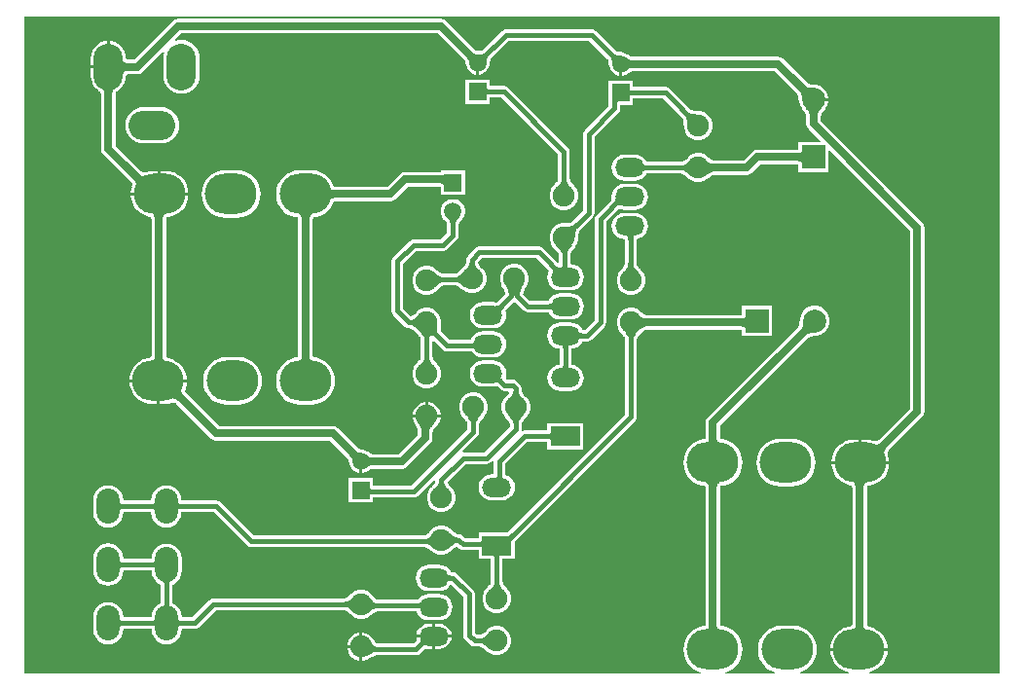
<source format=gtl>
G04*
G04 #@! TF.GenerationSoftware,Altium Limited,Altium Designer,21.0.9 (235)*
G04*
G04 Layer_Physical_Order=1*
G04 Layer_Color=255*
%FSTAX24Y24*%
%MOIN*%
G70*
G04*
G04 #@! TF.SameCoordinates,BE33CD37-818E-4C07-995D-9A106440EC1D*
G04*
G04*
G04 #@! TF.FilePolarity,Positive*
G04*
G01*
G75*
%ADD13C,0.0150*%
%ADD28C,0.0250*%
%ADD29O,0.1772X0.1378*%
%ADD30C,0.0787*%
%ADD31R,0.0787X0.0787*%
%ADD32C,0.0591*%
%ADD33R,0.0591X0.0591*%
%ADD34C,0.0750*%
%ADD35O,0.1000X0.0660*%
%ADD36O,0.1600X0.1000*%
%ADD37O,0.1000X0.1600*%
%ADD38O,0.0787X0.1200*%
%ADD39R,0.1000X0.0650*%
%ADD40O,0.1000X0.0650*%
%ADD41R,0.0787X0.0787*%
G36*
X03728Y039006D02*
X037239Y039005D01*
X037199Y039002D01*
X037161Y038996D01*
X037125Y038987D01*
X03709Y038976D01*
X037057Y038962D01*
X037026Y038946D01*
X036996Y038927D01*
X036968Y038905D01*
X036942Y038881D01*
X036765Y039057D01*
X036789Y039084D01*
X036811Y039112D01*
X03683Y039142D01*
X036846Y039173D01*
X03686Y039206D01*
X036871Y039241D01*
X03688Y039277D01*
X036886Y039315D01*
X03689Y039355D01*
X036891Y039396D01*
X03728Y039006D01*
D02*
G37*
G36*
X033926Y035441D02*
X03393Y035398D01*
X033936Y035359D01*
X033945Y035326D01*
X033956Y035298D01*
X03397Y035275D01*
X033986Y035257D01*
X034005Y035245D01*
X034026Y035237D01*
X03405Y035235D01*
X03355D01*
X033574Y035237D01*
X033595Y035245D01*
X033614Y035257D01*
X03363Y035275D01*
X033644Y035298D01*
X033655Y035326D01*
X033664Y035359D01*
X03367Y035398D01*
X033674Y035441D01*
X033675Y035489D01*
X033925D01*
X033926Y035441D01*
D02*
G37*
G36*
X034026Y033863D02*
X034005Y033855D01*
X033986Y033843D01*
X03397Y033825D01*
X033956Y033802D01*
X033945Y033774D01*
X033936Y033741D01*
X03393Y033702D01*
X033926Y033659D01*
X033925Y033611D01*
X033675D01*
X033674Y033659D01*
X03367Y033702D01*
X033664Y033741D01*
X033655Y033774D01*
X033644Y033802D01*
X03363Y033825D01*
X033614Y033843D01*
X033595Y033855D01*
X033574Y033863D01*
X03355Y033865D01*
X03405D01*
X034026Y033863D01*
D02*
G37*
G36*
X033926Y029041D02*
X03393Y028998D01*
X033936Y028959D01*
X033945Y028926D01*
X033956Y028898D01*
X03397Y028875D01*
X033986Y028857D01*
X034005Y028845D01*
X034026Y028837D01*
X03405Y028835D01*
X03355D01*
X033574Y028837D01*
X033595Y028845D01*
X033614Y028857D01*
X03363Y028875D01*
X033644Y028898D01*
X033655Y028926D01*
X033664Y028959D01*
X03367Y028998D01*
X033674Y029041D01*
X033675Y029089D01*
X033925D01*
X033926Y029041D01*
D02*
G37*
G36*
X043627Y027323D02*
X039158D01*
X039152Y027372D01*
X0393Y027418D01*
X039437Y027491D01*
X039557Y027589D01*
X039656Y02771D01*
X039729Y027847D01*
X039774Y027995D01*
X039785Y0281D01*
X0388D01*
X037815D01*
X037826Y027995D01*
X037871Y027847D01*
X037944Y02771D01*
X038043Y027589D01*
X038163Y027491D01*
X0383Y027418D01*
X038448Y027372D01*
X038442Y027323D01*
X036781D01*
X036773Y027373D01*
X036858Y027399D01*
X036998Y027474D01*
X037122Y027575D01*
X037223Y027698D01*
X037298Y027839D01*
X037344Y027991D01*
X03736Y02815D01*
X037344Y028309D01*
X037298Y028461D01*
X037223Y028602D01*
X037122Y028725D01*
X036998Y028826D01*
X036858Y028901D01*
X036705Y028947D01*
X036547Y028963D01*
X036153D01*
X035995Y028947D01*
X035842Y028901D01*
X035702Y028826D01*
X035578Y028725D01*
X035477Y028602D01*
X035402Y028461D01*
X035356Y028309D01*
X03534Y02815D01*
X035356Y027991D01*
X035402Y027839D01*
X035477Y027698D01*
X035578Y027575D01*
X035702Y027474D01*
X035842Y027399D01*
X035927Y027373D01*
X035919Y027323D01*
X034231D01*
X034223Y027373D01*
X034308Y027399D01*
X034448Y027474D01*
X034572Y027575D01*
X034673Y027698D01*
X034748Y027839D01*
X034794Y027991D01*
X03481Y02815D01*
X034794Y028309D01*
X034748Y028461D01*
X034673Y028602D01*
X034572Y028725D01*
X034448Y028826D01*
X034308Y028901D01*
X034155Y028947D01*
X034065Y028956D01*
X034061Y028965D01*
X034056Y028985D01*
X034051Y029013D01*
X03405Y029032D01*
Y033668D01*
X034051Y033687D01*
X034056Y033715D01*
X034061Y033735D01*
X034065Y033744D01*
X034155Y033753D01*
X034308Y033799D01*
X034448Y033874D01*
X034572Y033975D01*
X034673Y034098D01*
X034748Y034239D01*
X034794Y034391D01*
X03481Y03455D01*
X034794Y034709D01*
X034748Y034861D01*
X034673Y035002D01*
X034572Y035125D01*
X034448Y035226D01*
X034308Y035301D01*
X034155Y035347D01*
X034065Y035356D01*
X034061Y035365D01*
X034056Y035385D01*
X034051Y035413D01*
X03405Y035432D01*
Y035812D01*
X037055Y038817D01*
X037067Y038826D01*
X037087Y03884D01*
X037109Y038851D01*
X037133Y038861D01*
X037158Y038869D01*
X037185Y038876D01*
X037214Y03888D01*
X037246Y038883D01*
X037283Y038884D01*
X037293Y038886D01*
X037352D01*
X037483Y038921D01*
X0376Y038989D01*
X037695Y039085D01*
X037763Y039202D01*
X037798Y039332D01*
Y039468D01*
X037763Y039598D01*
X037695Y039715D01*
X0376Y039811D01*
X037483Y039879D01*
X037352Y039914D01*
X037217D01*
X037086Y039879D01*
X036969Y039811D01*
X036873Y039715D01*
X036806Y039598D01*
X036771Y039468D01*
Y039409D01*
X036768Y039399D01*
X036767Y039361D01*
X036765Y03933D01*
X03676Y039301D01*
X036754Y039274D01*
X036745Y039249D01*
X036736Y039225D01*
X036724Y039203D01*
X036711Y039182D01*
X036702Y039171D01*
X033623Y036092D01*
X033569Y036011D01*
X03355Y035916D01*
Y035432D01*
X033549Y035413D01*
X033544Y035385D01*
X033539Y035365D01*
X033535Y035356D01*
X033445Y035347D01*
X033292Y035301D01*
X033152Y035226D01*
X033028Y035125D01*
X032927Y035002D01*
X032852Y034861D01*
X032806Y034709D01*
X03279Y03455D01*
X032806Y034391D01*
X032852Y034239D01*
X032927Y034098D01*
X033028Y033975D01*
X033152Y033874D01*
X033292Y033799D01*
X033445Y033753D01*
X033535Y033744D01*
X033539Y033735D01*
X033544Y033715D01*
X033549Y033687D01*
X03355Y033668D01*
Y029032D01*
X033549Y029013D01*
X033544Y028985D01*
X033539Y028965D01*
X033535Y028956D01*
X033445Y028947D01*
X033292Y028901D01*
X033152Y028826D01*
X033028Y028725D01*
X032927Y028602D01*
X032852Y028461D01*
X032806Y028309D01*
X03279Y02815D01*
X032806Y027991D01*
X032852Y027839D01*
X032927Y027698D01*
X033028Y027575D01*
X033152Y027474D01*
X033292Y027399D01*
X033377Y027373D01*
X033369Y027323D01*
X010223D01*
Y049827D01*
X043627D01*
Y027323D01*
D02*
G37*
%LPC*%
G36*
X01305Y048998D02*
X012982Y048991D01*
X012869Y048957D01*
X012765Y048901D01*
X012674Y048826D01*
X012599Y048735D01*
X012543Y048631D01*
X012509Y048518D01*
X012497Y0484D01*
Y04815D01*
X01305D01*
Y048998D01*
D02*
G37*
G36*
X031065Y047631D02*
X030235D01*
Y047015D01*
X030231Y046995D01*
Y046762D01*
X029409Y045941D01*
X029366Y045876D01*
X029351Y0458D01*
Y043182D01*
X028968Y042799D01*
X028956Y042791D01*
X02894Y042782D01*
X028919Y042774D01*
X028894Y042766D01*
X028864Y042759D01*
X028832Y042754D01*
X028749Y042748D01*
X028703Y042747D01*
X028691Y042745D01*
X028635D01*
X028509Y042711D01*
X028396Y042646D01*
X028304Y042554D01*
X028239Y042441D01*
X028205Y042315D01*
Y042185D01*
X028239Y042059D01*
X028304Y041946D01*
X02837Y04188D01*
X028374Y041874D01*
X028389Y041861D01*
X028396Y041854D01*
X028398Y041853D01*
X028409Y041843D01*
X028437Y041815D01*
X028461Y041788D01*
X028481Y041763D01*
X028497Y04174D01*
X02851Y041718D01*
X028518Y041699D01*
X028524Y041682D01*
X028526Y041668D01*
Y041426D01*
X028476Y041405D01*
X027991Y041891D01*
X027926Y041934D01*
X02785Y041949D01*
X0258D01*
X025724Y041934D01*
X025659Y041891D01*
X025409Y041641D01*
X025366Y041576D01*
X025351Y0415D01*
Y041428D01*
X025349Y041414D01*
X025343Y041396D01*
X025334Y041375D01*
X025322Y041352D01*
X025306Y041326D01*
X025287Y0413D01*
X025233Y041237D01*
X0252Y041203D01*
X025194Y041194D01*
X02518Y04118D01*
X025174Y041176D01*
X025161Y041161D01*
X025154Y041154D01*
X025153Y041152D01*
X025143Y041141D01*
X025115Y041113D01*
X025088Y041089D01*
X025063Y041069D01*
X02504Y041053D01*
X025018Y041041D01*
X024999Y041032D01*
X024982Y041026D01*
X024968Y041024D01*
X024572D01*
X024558Y041026D01*
X024539Y041032D01*
X024517Y041041D01*
X024492Y041053D01*
X024464Y041069D01*
X024435Y041088D01*
X024366Y041141D01*
X02433Y041172D01*
X024325Y041175D01*
X024304Y041196D01*
X024191Y041261D01*
X024065Y041295D01*
X023935D01*
X023809Y041261D01*
X023696Y041196D01*
X023604Y041104D01*
X023539Y040991D01*
X023505Y040865D01*
Y040735D01*
X023539Y040609D01*
X023604Y040496D01*
X023696Y040404D01*
X023809Y040339D01*
X023935Y040305D01*
X024065D01*
X024191Y040339D01*
X024304Y040404D01*
X02437Y04047D01*
X024376Y040474D01*
X024389Y040489D01*
X024396Y040496D01*
X024397Y040498D01*
X024407Y040509D01*
X024435Y040537D01*
X024462Y040561D01*
X024487Y040581D01*
X02451Y040597D01*
X024532Y040609D01*
X024551Y040618D01*
X024568Y040624D01*
X024582Y040626D01*
X024978D01*
X024992Y040624D01*
X025011Y040618D01*
X025033Y040609D01*
X025058Y040597D01*
X025086Y040581D01*
X025115Y040562D01*
X025184Y040509D01*
X02522Y040478D01*
X025225Y040475D01*
X025246Y040454D01*
X025359Y040389D01*
X025485Y040355D01*
X025615D01*
X025741Y040389D01*
X025854Y040454D01*
X025946Y040546D01*
X026011Y040659D01*
X026045Y040785D01*
Y040915D01*
X026011Y041041D01*
X025946Y041154D01*
X025907Y041193D01*
X025902Y041202D01*
X025837Y04127D01*
X025814Y041299D01*
X025794Y041326D01*
X025778Y041352D01*
X025766Y041375D01*
X025757Y041396D01*
X025751Y041414D01*
X02575Y041419D01*
X025882Y041551D01*
X027768D01*
X028188Y041131D01*
X028189Y04113D01*
X028187Y041127D01*
X028142Y041017D01*
X028126Y0409D01*
X028142Y040783D01*
X028187Y040673D01*
X028259Y040579D01*
X028353Y040507D01*
X028463Y040462D01*
X02858Y040446D01*
X02892D01*
X029037Y040462D01*
X029147Y040507D01*
X029241Y040579D01*
X029313Y040673D01*
X029358Y040783D01*
X029374Y0409D01*
X029358Y041017D01*
X029313Y041127D01*
X029241Y041221D01*
X029147Y041293D01*
X029037Y041338D01*
X028924Y041353D01*
Y041678D01*
X028926Y041692D01*
X028932Y041711D01*
X028941Y041733D01*
X028953Y041758D01*
X028969Y041786D01*
X028988Y041815D01*
X029041Y041884D01*
X029072Y04192D01*
X029075Y041925D01*
X029096Y041946D01*
X029161Y042059D01*
X029195Y042185D01*
Y04224D01*
X029197Y04225D01*
X0292Y042344D01*
X029204Y042381D01*
X029209Y042414D01*
X029216Y042444D01*
X029224Y042469D01*
X029232Y04249D01*
X029241Y042506D01*
X029249Y042518D01*
X029691Y042959D01*
X029734Y043024D01*
X029749Y0431D01*
Y045718D01*
X03057Y046539D01*
X030613Y046604D01*
X030629Y04668D01*
Y0468D01*
X031065D01*
Y047017D01*
X032102D01*
X032751Y046368D01*
X032759Y046356D01*
X032768Y04634D01*
X032776Y046319D01*
X032784Y046294D01*
X032791Y046264D01*
X032796Y046232D01*
X032802Y046149D01*
X032803Y046103D01*
X032805Y046091D01*
Y046035D01*
X032839Y045909D01*
X032904Y045796D01*
X032996Y045704D01*
X033109Y045639D01*
X033235Y045605D01*
X033365D01*
X033491Y045639D01*
X033604Y045704D01*
X033696Y045796D01*
X033761Y045909D01*
X033795Y046035D01*
Y046165D01*
X033761Y046291D01*
X033696Y046404D01*
X033604Y046496D01*
X033491Y046561D01*
X033365Y046595D01*
X03331D01*
X0333Y046597D01*
X033206Y0466D01*
X033169Y046604D01*
X033136Y046609D01*
X033106Y046616D01*
X033081Y046624D01*
X03306Y046632D01*
X033044Y046641D01*
X033032Y046649D01*
X032325Y047356D01*
X03226Y047399D01*
X032184Y047415D01*
X031065D01*
Y047631D01*
D02*
G37*
G36*
X0149Y046723D02*
X0143D01*
X014178Y046711D01*
X014062Y046676D01*
X013954Y046618D01*
X013859Y046541D01*
X013782Y046446D01*
X013724Y046338D01*
X013689Y046222D01*
X013677Y0461D01*
X013689Y045978D01*
X013724Y045862D01*
X013782Y045754D01*
X013859Y045659D01*
X013954Y045582D01*
X014062Y045524D01*
X014178Y045489D01*
X0143Y045477D01*
X0149D01*
X015022Y045489D01*
X015138Y045524D01*
X015246Y045582D01*
X015341Y045659D01*
X015418Y045754D01*
X015476Y045862D01*
X015511Y045978D01*
X015523Y0461D01*
X015511Y046222D01*
X015476Y046338D01*
X015418Y046446D01*
X015341Y046541D01*
X015246Y046618D01*
X015138Y046676D01*
X015022Y046711D01*
X0149Y046723D01*
D02*
G37*
G36*
X015047Y044543D02*
X0149D01*
Y0438D01*
X015835D01*
X015824Y043905D01*
X015779Y044053D01*
X015706Y04419D01*
X015607Y044311D01*
X015487Y044409D01*
X01535Y044482D01*
X015202Y044528D01*
X015047Y044543D01*
D02*
G37*
G36*
X020047Y044563D02*
X019653D01*
X019495Y044547D01*
X019342Y044501D01*
X019202Y044426D01*
X019078Y044325D01*
X018977Y044202D01*
X018902Y044061D01*
X018856Y043909D01*
X01884Y04375D01*
X018856Y043591D01*
X018902Y043439D01*
X018977Y043298D01*
X019078Y043175D01*
X019202Y043074D01*
X019342Y042999D01*
X019495Y042953D01*
X019585Y042944D01*
X019589Y042935D01*
X019594Y042915D01*
X019599Y042887D01*
X0196Y042868D01*
Y038232D01*
X019599Y038213D01*
X019594Y038185D01*
X019589Y038165D01*
X019585Y038156D01*
X019495Y038147D01*
X019342Y038101D01*
X019202Y038026D01*
X019078Y037925D01*
X018977Y037802D01*
X018902Y037661D01*
X018856Y037509D01*
X01884Y03735D01*
X018856Y037191D01*
X018902Y037039D01*
X018977Y036898D01*
X019078Y036775D01*
X019202Y036674D01*
X019342Y036599D01*
X019495Y036553D01*
X019653Y036537D01*
X020047D01*
X020205Y036553D01*
X020358Y036599D01*
X020498Y036674D01*
X020622Y036775D01*
X020723Y036898D01*
X020798Y037039D01*
X020844Y037191D01*
X02086Y03735D01*
X020844Y037509D01*
X020798Y037661D01*
X020723Y037802D01*
X020622Y037925D01*
X020498Y038026D01*
X020358Y038101D01*
X020205Y038147D01*
X020115Y038156D01*
X020111Y038165D01*
X020106Y038185D01*
X020101Y038213D01*
X0201Y038232D01*
Y042868D01*
X020101Y042887D01*
X020106Y042915D01*
X020111Y042935D01*
X020115Y042944D01*
X020205Y042953D01*
X020358Y042999D01*
X020498Y043074D01*
X020622Y043175D01*
X020723Y043298D01*
X020798Y043439D01*
X020811Y043483D01*
X020825Y043488D01*
X02085Y043493D01*
X020884Y043498D01*
X020908Y0435D01*
X02275D01*
X022846Y043519D01*
X022927Y043573D01*
X023353Y044D01*
X024412D01*
X024431Y043999D01*
X024458Y043994D01*
X024477Y043989D01*
X024485Y043986D01*
Y043727D01*
X025315D01*
Y044557D01*
X024611D01*
X024606Y044559D01*
X0246Y044557D01*
X024485D01*
Y044505D01*
X024421Y0445D01*
X02325D01*
X023154Y044481D01*
X023073Y044427D01*
X022647Y044D01*
X020908D01*
X020884Y044002D01*
X02085Y044007D01*
X020825Y044012D01*
X020811Y044017D01*
X020798Y044061D01*
X020723Y044202D01*
X020622Y044325D01*
X020498Y044426D01*
X020358Y044501D01*
X020205Y044547D01*
X020047Y044563D01*
D02*
G37*
G36*
X026165Y047665D02*
X025335D01*
Y046835D01*
X026165D01*
Y047051D01*
X026568D01*
X028501Y045118D01*
Y044278D01*
X028499Y044264D01*
X028493Y044246D01*
X028484Y044225D01*
X028472Y044202D01*
X028456Y044176D01*
X028437Y04415D01*
X028383Y044087D01*
X02835Y044053D01*
X028344Y044044D01*
X028304Y044004D01*
X028239Y043891D01*
X028205Y043765D01*
Y043635D01*
X028239Y043509D01*
X028304Y043396D01*
X028396Y043304D01*
X028509Y043239D01*
X028635Y043205D01*
X028765D01*
X028891Y043239D01*
X029004Y043304D01*
X029096Y043396D01*
X029161Y043509D01*
X029195Y043635D01*
Y043765D01*
X029161Y043891D01*
X029096Y044004D01*
X029057Y044043D01*
X029052Y044052D01*
X028987Y04412D01*
X028964Y044149D01*
X028944Y044176D01*
X028928Y044202D01*
X028916Y044225D01*
X028907Y044246D01*
X028901Y044264D01*
X028899Y044278D01*
Y0452D01*
X028884Y045276D01*
X028841Y045341D01*
X026791Y047391D01*
X026726Y047434D01*
X02665Y047449D01*
X026165D01*
Y047665D01*
D02*
G37*
G36*
X03112Y044104D02*
X03078D01*
X030663Y044088D01*
X030553Y044043D01*
X030459Y043971D01*
X030387Y043877D01*
X030342Y043767D01*
X030326Y04365D01*
X030336Y043576D01*
X03033Y043567D01*
X030305Y043536D01*
X029809Y043041D01*
X029766Y042976D01*
X029751Y0429D01*
Y039432D01*
X029418Y039099D01*
X029351D01*
X029339Y0391D01*
X029323Y039102D01*
X029313Y039127D01*
X029241Y039221D01*
X029147Y039293D01*
X029037Y039338D01*
X02892Y039354D01*
X02858D01*
X028463Y039338D01*
X028353Y039293D01*
X028259Y039221D01*
X028187Y039127D01*
X028142Y039017D01*
X028126Y0389D01*
X028142Y038783D01*
X028187Y038673D01*
X028259Y038579D01*
X028353Y038507D01*
X028463Y038462D01*
X028551Y03845D01*
Y037896D01*
X028459Y037884D01*
X028351Y037839D01*
X028258Y037767D01*
X028186Y037674D01*
X028141Y037566D01*
X028126Y03745D01*
X028141Y037334D01*
X028186Y037226D01*
X028258Y037133D01*
X028351Y037061D01*
X028459Y037016D01*
X028575Y037001D01*
X028925D01*
X029041Y037016D01*
X029149Y037061D01*
X029242Y037133D01*
X029314Y037226D01*
X029359Y037334D01*
X029374Y03745D01*
X029359Y037566D01*
X029314Y037674D01*
X029242Y037767D01*
X029149Y037839D01*
X029041Y037884D01*
X028949Y037896D01*
Y03845D01*
X029037Y038462D01*
X029147Y038507D01*
X029241Y038579D01*
X029313Y038673D01*
X029323Y038698D01*
X029356Y038701D01*
X0295D01*
X029576Y038716D01*
X029641Y038759D01*
X030091Y039209D01*
X030134Y039274D01*
X030149Y03935D01*
Y042818D01*
X03057Y043239D01*
X030579Y043246D01*
X030579Y043246D01*
X030663Y043212D01*
X03078Y043196D01*
X03112D01*
X031237Y043212D01*
X031347Y043257D01*
X031441Y043329D01*
X031513Y043423D01*
X031558Y043533D01*
X031574Y04365D01*
X031558Y043767D01*
X031513Y043877D01*
X031441Y043971D01*
X031347Y044043D01*
X031237Y044088D01*
X03112Y044104D01*
D02*
G37*
G36*
X017497Y044563D02*
X017103D01*
X016945Y044547D01*
X016792Y044501D01*
X016652Y044426D01*
X016528Y044325D01*
X016427Y044202D01*
X016352Y044061D01*
X016306Y043909D01*
X01629Y04375D01*
X016306Y043591D01*
X016352Y043439D01*
X016427Y043298D01*
X016528Y043175D01*
X016652Y043074D01*
X016792Y042999D01*
X016945Y042953D01*
X017103Y042937D01*
X017497D01*
X017655Y042953D01*
X017808Y042999D01*
X017948Y043074D01*
X018072Y043175D01*
X018173Y043298D01*
X018248Y043439D01*
X018294Y043591D01*
X01831Y04375D01*
X018294Y043909D01*
X018248Y044061D01*
X018173Y044202D01*
X018072Y044325D01*
X017948Y044426D01*
X017808Y044501D01*
X017655Y044547D01*
X017497Y044563D01*
D02*
G37*
G36*
X03112Y043104D02*
X03078D01*
X030663Y043088D01*
X030553Y043043D01*
X030459Y042971D01*
X030387Y042877D01*
X030342Y042767D01*
X030326Y04265D01*
X030342Y042533D01*
X030387Y042423D01*
X030459Y042329D01*
X030553Y042257D01*
X030663Y042212D01*
X030776Y042197D01*
Y041372D01*
X030774Y041358D01*
X030768Y041339D01*
X030759Y041317D01*
X030747Y041292D01*
X030731Y041264D01*
X030712Y041235D01*
X030659Y041166D01*
X030628Y04113D01*
X030625Y041125D01*
X030604Y041104D01*
X030539Y040991D01*
X030505Y040865D01*
Y040735D01*
X030539Y040609D01*
X030604Y040496D01*
X030696Y040404D01*
X030809Y040339D01*
X030935Y040305D01*
X031065D01*
X031191Y040339D01*
X031304Y040404D01*
X031396Y040496D01*
X031461Y040609D01*
X031495Y040735D01*
Y040865D01*
X031461Y040991D01*
X031396Y041104D01*
X03133Y04117D01*
X031326Y041176D01*
X031311Y041189D01*
X031304Y041196D01*
X031302Y041197D01*
X031291Y041207D01*
X031263Y041235D01*
X031239Y041262D01*
X031219Y041287D01*
X031203Y04131D01*
X031191Y041332D01*
X031182Y041351D01*
X031176Y041368D01*
X031174Y041382D01*
Y042201D01*
X031174Y042203D01*
X031237Y042212D01*
X031347Y042257D01*
X031441Y042329D01*
X031513Y042423D01*
X031558Y042533D01*
X031574Y04265D01*
X031558Y042767D01*
X031513Y042877D01*
X031441Y042971D01*
X031347Y043043D01*
X031237Y043088D01*
X03112Y043104D01*
D02*
G37*
G36*
X035829Y039914D02*
X034802D01*
Y039614D01*
X034795Y039611D01*
X034775Y039606D01*
X034748Y039601D01*
X034729Y0396D01*
X031542D01*
X03153Y039601D01*
X031507Y039606D01*
X031484Y039613D01*
X031462Y039621D01*
X031441Y039632D01*
X031419Y039645D01*
X031398Y03966D01*
X031377Y039678D01*
X031352Y039701D01*
X031343Y039707D01*
X031304Y039746D01*
X031191Y039811D01*
X031065Y039845D01*
X030935D01*
X030809Y039811D01*
X030696Y039746D01*
X030604Y039654D01*
X030539Y039541D01*
X030505Y039415D01*
Y039285D01*
X030539Y039159D01*
X030604Y039046D01*
X030643Y039007D01*
X030648Y038998D01*
X030713Y03893D01*
X030736Y038901D01*
X030756Y038874D01*
X030772Y038848D01*
X030784Y038825D01*
X030793Y038804D01*
X030799Y038786D01*
X030801Y038772D01*
Y036207D01*
X026784Y032191D01*
X026759Y032167D01*
X026739Y032151D01*
X02673Y032145D01*
X02578D01*
Y031949D01*
X025332D01*
X025241Y032041D01*
X025176Y032084D01*
X0251Y032099D01*
X025078D01*
X025064Y032101D01*
X025046Y032107D01*
X025025Y032116D01*
X025002Y032128D01*
X024976Y032144D01*
X02495Y032163D01*
X024887Y032217D01*
X024853Y03225D01*
X024844Y032256D01*
X024804Y032296D01*
X024691Y032361D01*
X024565Y032395D01*
X024435D01*
X024309Y032361D01*
X024196Y032296D01*
X024104Y032204D01*
X024097Y032192D01*
X024076Y032165D01*
X024051Y032136D01*
X024027Y032112D01*
X024004Y032092D01*
X023983Y032077D01*
X023963Y032065D01*
X023945Y032057D01*
X023929Y032051D01*
X023916Y032049D01*
X018082D01*
X016941Y033191D01*
X016876Y033234D01*
X0168Y033249D01*
X015601D01*
Y033256D01*
X015583Y03339D01*
X015531Y033515D01*
X015449Y033623D01*
X015342Y033705D01*
X015217Y033757D01*
X015083Y033774D01*
X014949Y033757D01*
X014824Y033705D01*
X014716Y033623D01*
X014634Y033515D01*
X014582Y03339D01*
X014565Y033256D01*
Y033249D01*
X013611D01*
Y033256D01*
X013593Y03339D01*
X013541Y033515D01*
X013459Y033623D01*
X013352Y033705D01*
X013227Y033757D01*
X013093Y033774D01*
X012959Y033757D01*
X012834Y033705D01*
X012726Y033623D01*
X012644Y033515D01*
X012592Y03339D01*
X012575Y033256D01*
Y032844D01*
X012592Y03271D01*
X012644Y032585D01*
X012726Y032477D01*
X012834Y032395D01*
X012959Y032343D01*
X013093Y032326D01*
X013227Y032343D01*
X013352Y032395D01*
X013459Y032477D01*
X013541Y032585D01*
X013593Y03271D01*
X013611Y032844D01*
Y032851D01*
X014565D01*
Y032844D01*
X014582Y03271D01*
X014634Y032585D01*
X014716Y032477D01*
X014824Y032395D01*
X014949Y032343D01*
X015083Y032326D01*
X015217Y032343D01*
X015342Y032395D01*
X015449Y032477D01*
X015531Y032585D01*
X015583Y03271D01*
X015601Y032844D01*
Y032851D01*
X016718D01*
X017859Y031709D01*
X017924Y031666D01*
X018Y031651D01*
X023936D01*
X023949Y031649D01*
X023969Y031643D01*
X023992Y031634D01*
X024019Y031622D01*
X024047Y031608D01*
X024156Y031536D01*
X024186Y031514D01*
X024196Y031504D01*
X024309Y031439D01*
X024435Y031405D01*
X024565D01*
X024691Y031439D01*
X024804Y031504D01*
X024843Y031543D01*
X024852Y031548D01*
X02492Y031613D01*
X024949Y031636D01*
X024976Y031656D01*
X025002Y031672D01*
X025025Y031684D01*
X025032Y031687D01*
X025109Y031609D01*
X025174Y031566D01*
X02525Y031551D01*
X02578D01*
Y031255D01*
X026201D01*
Y030478D01*
X026199Y030464D01*
X026193Y030446D01*
X026184Y030425D01*
X026172Y030402D01*
X026156Y030376D01*
X026137Y03035D01*
X026083Y030287D01*
X02605Y030253D01*
X026044Y030244D01*
X026004Y030204D01*
X025939Y030091D01*
X025905Y029965D01*
Y029835D01*
X025939Y029709D01*
X026004Y029596D01*
X026096Y029504D01*
X026209Y029439D01*
X026335Y029405D01*
X026465D01*
X026591Y029439D01*
X026704Y029504D01*
X026796Y029596D01*
X026861Y029709D01*
X026895Y029835D01*
Y029965D01*
X026861Y030091D01*
X026796Y030204D01*
X026757Y030243D01*
X026752Y030252D01*
X026687Y03032D01*
X026664Y030349D01*
X026644Y030376D01*
X026628Y030402D01*
X026616Y030425D01*
X026607Y030446D01*
X026601Y030464D01*
X026599Y030478D01*
Y031255D01*
X02702D01*
Y031855D01*
X027025Y031863D01*
X027059Y031903D01*
X031141Y035984D01*
X031184Y036049D01*
X031199Y036125D01*
Y038772D01*
X031201Y038786D01*
X031207Y038804D01*
X031216Y038825D01*
X031228Y038848D01*
X031244Y038874D01*
X031263Y0389D01*
X031317Y038963D01*
X03135Y038997D01*
X031351Y038998D01*
X031352Y038999D01*
X031377Y039022D01*
X031398Y03904D01*
X031419Y039055D01*
X031441Y039068D01*
X031462Y039079D01*
X031484Y039087D01*
X031507Y039094D01*
X03153Y039099D01*
X031542Y0391D01*
X034729D01*
X034748Y039099D01*
X034775Y039094D01*
X034795Y039089D01*
X034802Y039086D01*
Y038886D01*
X035829D01*
Y039914D01*
D02*
G37*
G36*
X027065Y041345D02*
X026935D01*
X026809Y041311D01*
X026696Y041246D01*
X026604Y041154D01*
X026539Y041041D01*
X026505Y040915D01*
Y040785D01*
X026539Y040659D01*
X026565Y040614D01*
X026568Y040604D01*
X026643Y040465D01*
X026659Y04043D01*
X026686Y040364D01*
X026694Y040339D01*
X026697Y040328D01*
X026421Y040053D01*
X026412Y040045D01*
X026398Y040034D01*
X026387Y040038D01*
X02627Y040054D01*
X02593D01*
X025813Y040038D01*
X025703Y039993D01*
X025609Y039921D01*
X025537Y039827D01*
X025492Y039717D01*
X025476Y0396D01*
X025492Y039483D01*
X025537Y039373D01*
X025609Y039279D01*
X025703Y039207D01*
X025813Y039162D01*
X02593Y039146D01*
X02627D01*
X026387Y039162D01*
X026497Y039207D01*
X026591Y039279D01*
X026663Y039373D01*
X026708Y039483D01*
X026724Y0396D01*
X026708Y039717D01*
X026694Y039753D01*
X026693Y039754D01*
X026693Y039755D01*
X026692Y039757D01*
X026712Y03978D01*
X027Y040069D01*
X027309Y039759D01*
X027374Y039716D01*
X02745Y039701D01*
X028149D01*
X028161Y0397D01*
X028177Y039698D01*
X028187Y039673D01*
X028259Y039579D01*
X028353Y039507D01*
X028463Y039462D01*
X02858Y039446D01*
X02892D01*
X029037Y039462D01*
X029147Y039507D01*
X029241Y039579D01*
X029313Y039673D01*
X029358Y039783D01*
X029374Y0399D01*
X029358Y040017D01*
X029313Y040127D01*
X029241Y040221D01*
X029147Y040293D01*
X029037Y040338D01*
X02892Y040354D01*
X02858D01*
X028463Y040338D01*
X028353Y040293D01*
X028259Y040221D01*
X028187Y040127D01*
X028177Y040102D01*
X028144Y040099D01*
X027532D01*
X027304Y040327D01*
X027315Y040367D01*
X027325Y040392D01*
X027404Y040555D01*
X027431Y040602D01*
X027431Y040602D01*
X027431Y040602D01*
X027434Y040613D01*
X027461Y040659D01*
X027495Y040785D01*
Y040915D01*
X027461Y041041D01*
X027396Y041154D01*
X027304Y041246D01*
X027191Y041311D01*
X027065Y041345D01*
D02*
G37*
G36*
X024955Y043573D02*
X024845D01*
X02474Y043545D01*
X024645Y04349D01*
X024568Y043413D01*
X024513Y043318D01*
X024485Y043213D01*
Y043103D01*
X024513Y042998D01*
X024568Y042903D01*
X0246Y042871D01*
X024606Y042862D01*
X024628Y042838D01*
X024646Y042818D01*
X024661Y042798D01*
X024674Y04278D01*
X024684Y042763D01*
X024691Y042747D01*
X024696Y042732D01*
X0247Y042719D01*
X024701Y042711D01*
Y04242D01*
X02448Y042199D01*
X02355D01*
X023474Y042184D01*
X023409Y042141D01*
X022859Y041591D01*
X022816Y041526D01*
X022801Y04145D01*
Y03975D01*
X022816Y039674D01*
X022859Y039609D01*
X023259Y039209D01*
X023324Y039166D01*
X0234Y039151D01*
X023422D01*
X023436Y039149D01*
X023454Y039143D01*
X023475Y039134D01*
X023498Y039122D01*
X023524Y039106D01*
X02355Y039087D01*
X023613Y039033D01*
X023647Y039D01*
X023648Y038999D01*
X023648Y038998D01*
X023713Y03893D01*
X023736Y038901D01*
X023756Y038874D01*
X023772Y038848D01*
X023784Y038825D01*
X023793Y038804D01*
X023799Y038786D01*
X023801Y038772D01*
Y038178D01*
X023799Y038164D01*
X023793Y038146D01*
X023784Y038125D01*
X023772Y038102D01*
X023756Y038076D01*
X023737Y03805D01*
X023683Y037987D01*
X02365Y037953D01*
X023644Y037944D01*
X023604Y037904D01*
X023539Y037791D01*
X023505Y037665D01*
Y037535D01*
X023539Y037409D01*
X023604Y037296D01*
X023696Y037204D01*
X023809Y037139D01*
X023935Y037105D01*
X024065D01*
X024191Y037139D01*
X024304Y037204D01*
X024396Y037296D01*
X024461Y037409D01*
X024495Y037535D01*
Y037665D01*
X024461Y037791D01*
X024396Y037904D01*
X024357Y037943D01*
X024352Y037952D01*
X024287Y03802D01*
X024264Y038049D01*
X024244Y038076D01*
X024228Y038102D01*
X024216Y038125D01*
X024207Y038146D01*
X024201Y038164D01*
X024199Y038178D01*
Y038699D01*
X024249Y03872D01*
X024559Y038409D01*
X024624Y038366D01*
X0247Y038351D01*
X025515D01*
X025528Y03835D01*
X025548Y038348D01*
X025558Y038345D01*
X025575Y038324D01*
X025575Y038323D01*
X025575Y038323D01*
X025609Y038279D01*
X025703Y038207D01*
X025813Y038162D01*
X02593Y038146D01*
X02627D01*
X026387Y038162D01*
X026497Y038207D01*
X026591Y038279D01*
X026663Y038373D01*
X026708Y038483D01*
X026724Y0386D01*
X026708Y038717D01*
X026663Y038827D01*
X026591Y038921D01*
X026497Y038993D01*
X026387Y039038D01*
X02627Y039054D01*
X02593D01*
X025813Y039038D01*
X025703Y038993D01*
X025609Y038921D01*
X025537Y038827D01*
X025505Y03875D01*
X025503Y03875D01*
X025491Y038749D01*
X024782D01*
X024504Y039027D01*
X024497Y039038D01*
X02449Y039053D01*
X024484Y03907D01*
X024479Y03909D01*
X024476Y039115D01*
X024475Y039143D01*
X024477Y039176D01*
X024481Y039212D01*
X024488Y039255D01*
X024488Y039259D01*
X024495Y039285D01*
Y039415D01*
X024461Y039541D01*
X024396Y039654D01*
X024304Y039746D01*
X024191Y039811D01*
X024065Y039845D01*
X023935D01*
X023809Y039811D01*
X023696Y039746D01*
X023657Y039707D01*
X023648Y039702D01*
X02358Y039637D01*
X023551Y039614D01*
X023524Y039594D01*
X023498Y039578D01*
X023475Y039566D01*
X023468Y039563D01*
X023199Y039832D01*
Y041368D01*
X023632Y041801D01*
X024562D01*
X024638Y041816D01*
X024703Y041859D01*
X025041Y042197D01*
X025084Y042262D01*
X025099Y042338D01*
Y042711D01*
X0251Y042719D01*
X025104Y042732D01*
X025109Y042747D01*
X025116Y042763D01*
X025126Y04278D01*
X025139Y042798D01*
X025154Y042818D01*
X025172Y042838D01*
X025194Y042862D01*
X0252Y042871D01*
X025232Y042903D01*
X025287Y042998D01*
X025315Y043103D01*
Y043213D01*
X025287Y043318D01*
X025232Y043413D01*
X025155Y04349D01*
X02506Y043545D01*
X024955Y043573D01*
D02*
G37*
G36*
X015835Y0437D02*
X013865D01*
X013876Y043595D01*
X013921Y043447D01*
X013994Y04331D01*
X014093Y043189D01*
X014213Y043091D01*
X01435Y043018D01*
X014498Y042972D01*
X014501Y042972D01*
X014502Y042971D01*
X014516Y04296D01*
X014522Y042958D01*
X014528Y042954D01*
X014545Y042951D01*
X01456Y042946D01*
X014564Y042936D01*
X014569Y042916D01*
X014574Y042888D01*
X014575Y042868D01*
Y038233D01*
X014574Y038213D01*
X014569Y038186D01*
X014564Y038166D01*
X01456Y038157D01*
X014546Y038153D01*
X014529Y03815D01*
X014524Y038146D01*
X014517Y038144D01*
X014504Y038133D01*
X014448Y038128D01*
X0143Y038082D01*
X014163Y038009D01*
X014043Y037911D01*
X013944Y03779D01*
X013871Y037653D01*
X013826Y037505D01*
X013815Y0374D01*
X015785D01*
X015774Y037505D01*
X015729Y037653D01*
X015656Y03779D01*
X015557Y037911D01*
X015437Y038009D01*
X0153Y038082D01*
X015152Y038128D01*
X015149Y038128D01*
X015148Y038129D01*
X015134Y03814D01*
X015128Y038142D01*
X015122Y038146D01*
X015105Y038149D01*
X01509Y038154D01*
X015086Y038164D01*
X015081Y038184D01*
X015077Y038212D01*
X015075Y038232D01*
Y042867D01*
X015076Y042887D01*
X015081Y042914D01*
X015086Y042934D01*
X01509Y042943D01*
X015104Y042947D01*
X015121Y04295D01*
X015127Y042954D01*
X015133Y042956D01*
X015146Y042967D01*
X015202Y042972D01*
X01535Y043018D01*
X015487Y043091D01*
X015607Y043189D01*
X015706Y04331D01*
X015779Y043447D01*
X015824Y043595D01*
X015835Y0437D01*
D02*
G37*
G36*
X01475Y0373D02*
X013815D01*
X013826Y037195D01*
X013871Y037047D01*
X013944Y03691D01*
X014043Y036789D01*
X014163Y036691D01*
X0143Y036618D01*
X014448Y036572D01*
X014603Y036557D01*
X01475D01*
Y0373D01*
D02*
G37*
G36*
X017547Y038163D02*
X017153D01*
X016995Y038147D01*
X016842Y038101D01*
X016702Y038026D01*
X016578Y037925D01*
X016477Y037802D01*
X016402Y037661D01*
X016356Y037509D01*
X01634Y03735D01*
X016356Y037191D01*
X016402Y037039D01*
X016477Y036898D01*
X016578Y036775D01*
X016702Y036674D01*
X016842Y036599D01*
X016995Y036553D01*
X017153Y036537D01*
X017547D01*
X017705Y036553D01*
X017858Y036599D01*
X017998Y036674D01*
X018122Y036775D01*
X018223Y036898D01*
X018298Y037039D01*
X018344Y037191D01*
X01836Y03735D01*
X018344Y037509D01*
X018298Y037661D01*
X018223Y037802D01*
X018122Y037925D01*
X017998Y038026D01*
X017858Y038101D01*
X017705Y038147D01*
X017547Y038163D01*
D02*
G37*
G36*
X024063Y036625D02*
X02405D01*
Y0362D01*
X024475D01*
Y036213D01*
X024443Y036333D01*
X02438Y036442D01*
X024292Y03653D01*
X024183Y036593D01*
X024063Y036625D01*
D02*
G37*
G36*
X02395D02*
X023937D01*
X023817Y036593D01*
X023708Y03653D01*
X02362Y036442D01*
X023557Y036333D01*
X023525Y036213D01*
Y0362D01*
X02395D01*
Y036625D01*
D02*
G37*
G36*
X024484Y04975D02*
X015498D01*
X015403Y049731D01*
X015322Y049677D01*
X013995Y04835D01*
X013794D01*
X013775Y048351D01*
X013748Y048356D01*
X013729Y048361D01*
X01372Y048365D01*
X013716Y04838D01*
X013712Y048397D01*
X013709Y048402D01*
X013707Y048408D01*
X013701Y048415D01*
X013691Y048518D01*
X013657Y048631D01*
X013601Y048735D01*
X013526Y048826D01*
X013435Y048901D01*
X013331Y048957D01*
X013218Y048991D01*
X01315Y048998D01*
Y0481D01*
X0131D01*
Y04805D01*
X012497D01*
Y0478D01*
X012509Y047682D01*
X012543Y047569D01*
X012599Y047465D01*
X012674Y047374D01*
X012739Y04732D01*
X012747Y047309D01*
X012754Y047294D01*
X01276Y047289D01*
X012764Y047283D01*
X012778Y047274D01*
X01279Y047263D01*
X012797Y047261D01*
X012804Y047256D01*
X01282Y047253D01*
X012829Y04725D01*
X012831Y047246D01*
X012837Y047228D01*
X012843Y047202D01*
X01285Y04713D01*
Y045303D01*
X012869Y045208D01*
X012923Y045127D01*
X013868Y044182D01*
X013883Y044164D01*
X013904Y044137D01*
X013917Y044114D01*
X013925Y044099D01*
X013925Y044097D01*
X01392Y044087D01*
X013911Y044073D01*
X013909Y044066D01*
X013906Y044059D01*
X013905Y044043D01*
X013902Y044026D01*
X013903Y044019D01*
X013902Y044012D01*
X013905Y044003D01*
X013876Y043905D01*
X013865Y0438D01*
X0148D01*
Y044543D01*
X014653D01*
X014498Y044528D01*
X0144Y044498D01*
X014392Y044501D01*
X014384Y0445D01*
X014377Y044502D01*
X014361Y044498D01*
X014344Y044497D01*
X014337Y044494D01*
X01433Y044492D01*
X014316Y044483D01*
X014306Y044478D01*
X014305Y044478D01*
X014289Y044486D01*
X014267Y044499D01*
X014239Y04452D01*
X014221Y044536D01*
X01335Y045407D01*
Y047137D01*
X013352Y047163D01*
X013357Y0472D01*
X013363Y047228D01*
X013369Y047246D01*
X013371Y04725D01*
X01338Y047253D01*
X013396Y047256D01*
X013403Y047261D01*
X01341Y047263D01*
X013422Y047274D01*
X013436Y047283D01*
X01344Y047289D01*
X013446Y047294D01*
X013453Y047309D01*
X013461Y04732D01*
X013526Y047374D01*
X013601Y047465D01*
X013657Y047569D01*
X013691Y047682D01*
X013701Y047785D01*
X013707Y047792D01*
X013709Y047798D01*
X013712Y047803D01*
X013716Y04782D01*
X01372Y047835D01*
X013729Y047839D01*
X013748Y047844D01*
X013775Y047849D01*
X013794Y04785D01*
X014098D01*
X014194Y047869D01*
X014275Y047923D01*
X014964Y048613D01*
X015009Y048586D01*
X014989Y048522D01*
X014977Y0484D01*
Y0478D01*
X014989Y047678D01*
X015024Y047562D01*
X015082Y047454D01*
X015159Y047359D01*
X015254Y047282D01*
X015362Y047224D01*
X015478Y047189D01*
X0156Y047177D01*
X015722Y047189D01*
X015838Y047224D01*
X015946Y047282D01*
X016041Y047359D01*
X016118Y047454D01*
X016176Y047562D01*
X016211Y047678D01*
X016223Y0478D01*
Y0484D01*
X016211Y048522D01*
X016176Y048638D01*
X016118Y048746D01*
X016041Y048841D01*
X015946Y048918D01*
X015838Y048976D01*
X015722Y049011D01*
X0156Y049023D01*
X015478Y049011D01*
X015414Y048991D01*
X015387Y049036D01*
X015602Y04925D01*
X024381D01*
X02529Y048341D01*
X02529Y048341D01*
X025302Y048325D01*
X025311Y048311D01*
X025318Y048297D01*
X025324Y048284D01*
X025328Y048272D01*
X02533Y048261D01*
X025332Y048249D01*
X025332Y048233D01*
X025337Y048212D01*
X025342Y04819D01*
X025343Y048188D01*
X025344Y048186D01*
X025356Y048169D01*
X02536Y048163D01*
X025382Y048082D01*
X025434Y047992D01*
X025507Y047918D01*
X025597Y047866D01*
X025698Y047839D01*
X0257D01*
Y048234D01*
X0258D01*
Y047839D01*
X025802D01*
X025903Y047866D01*
X025993Y047918D01*
X026066Y047992D01*
X026118Y048082D01*
X02614Y048163D01*
X026145Y04817D01*
X026158Y048189D01*
X026158Y04819D01*
X026158Y04819D01*
X026163Y048213D01*
X026168Y048235D01*
X026168Y048268D01*
X02617Y048295D01*
X026173Y04832D01*
X026177Y048341D01*
X026182Y04836D01*
X026188Y048377D01*
X026195Y048391D01*
X026202Y048403D01*
X026207Y04841D01*
X026798Y049001D01*
X029568D01*
X030193Y048375D01*
X030198Y048369D01*
X030205Y048357D01*
X030212Y048343D01*
X030218Y048326D01*
X030223Y048307D01*
X030227Y048285D01*
X03023Y048261D01*
X030232Y048234D01*
X030232Y048201D01*
X030237Y048179D01*
X030242Y048156D01*
X030242Y048155D01*
X030242Y048155D01*
X030255Y048136D01*
X03026Y048129D01*
X030282Y048047D01*
X030334Y047957D01*
X030407Y047884D01*
X030497Y047832D01*
X030598Y047805D01*
X0306D01*
Y0482D01*
X0307D01*
Y047805D01*
X030702D01*
X030803Y047832D01*
X030876Y047874D01*
X030882Y047875D01*
X030903Y047879D01*
X030905Y04788D01*
X030908Y04788D01*
X030926Y047892D01*
X030944Y047904D01*
X030956Y047915D01*
X030965Y047922D01*
X030975Y047928D01*
X030987Y047934D01*
X031Y047939D01*
X031015Y047944D01*
X031032Y047947D01*
X031051Y04795D01*
X031051Y04795D01*
X035931D01*
X036667Y047214D01*
X036676Y047202D01*
X03669Y047181D01*
X036701Y047159D01*
X036711Y047136D01*
X036719Y04711D01*
X036726Y047083D01*
X03673Y047054D01*
X036733Y047023D01*
X036734Y046986D01*
X036739Y046964D01*
X036743Y046941D01*
X036744Y04694D01*
X036744Y046939D01*
X036756Y046922D01*
Y046919D01*
X03679Y046794D01*
X036855Y046681D01*
X036857Y046679D01*
X03686Y046659D01*
X036861Y046658D01*
X036861Y046656D01*
X036874Y046637D01*
X036886Y046618D01*
X036912Y046592D01*
X036932Y046567D01*
X036949Y046544D01*
X036964Y04652D01*
X036976Y046496D01*
X036986Y046473D01*
X036993Y046449D01*
X036998Y046425D01*
X037Y04641D01*
Y04615D01*
X037019Y046054D01*
X037073Y045973D01*
X037471Y045576D01*
X037452Y045529D01*
X036736D01*
Y04528D01*
X036729Y045277D01*
X03671Y045272D01*
X036683Y045267D01*
X036664Y045266D01*
X035316D01*
X03522Y045247D01*
X035139Y045192D01*
X034847Y0449D01*
X033842D01*
X03383Y044901D01*
X033807Y044906D01*
X033784Y044913D01*
X033762Y044921D01*
X033741Y044932D01*
X033719Y044945D01*
X033698Y04496D01*
X033677Y044978D01*
X033652Y045001D01*
X033643Y045007D01*
X033604Y045046D01*
X033491Y045111D01*
X033365Y045145D01*
X033235D01*
X033109Y045111D01*
X032996Y045046D01*
X032957Y045007D01*
X032948Y045002D01*
X03288Y044937D01*
X032851Y044914D01*
X032824Y044894D01*
X032798Y044878D01*
X032775Y044866D01*
X032754Y044857D01*
X032736Y044851D01*
X032722Y044849D01*
X031551D01*
X031539Y04485D01*
X031523Y044852D01*
X031513Y044877D01*
X031441Y044971D01*
X031347Y045043D01*
X031237Y045088D01*
X03112Y045104D01*
X03078D01*
X030663Y045088D01*
X030553Y045043D01*
X030459Y044971D01*
X030387Y044877D01*
X030342Y044767D01*
X030326Y04465D01*
X030342Y044533D01*
X030387Y044423D01*
X030459Y044329D01*
X030553Y044257D01*
X030663Y044212D01*
X03078Y044196D01*
X03112D01*
X031237Y044212D01*
X031347Y044257D01*
X031441Y044329D01*
X031513Y044423D01*
X031523Y044448D01*
X031556Y044451D01*
X032722D01*
X032736Y044449D01*
X032754Y044443D01*
X032775Y044434D01*
X032798Y044422D01*
X032824Y044406D01*
X03285Y044387D01*
X032913Y044333D01*
X032947Y0443D01*
X032956Y044294D01*
X032996Y044254D01*
X033109Y044189D01*
X033235Y044155D01*
X033365D01*
X033491Y044189D01*
X033604Y044254D01*
X033643Y044293D01*
X033652Y044299D01*
X033677Y044322D01*
X033698Y04434D01*
X033719Y044355D01*
X033741Y044368D01*
X033762Y044379D01*
X033784Y044387D01*
X033807Y044394D01*
X03383Y044399D01*
X033842Y0444D01*
X03495D01*
X035046Y044419D01*
X035127Y044473D01*
X035419Y044766D01*
X036664D01*
X036683Y044764D01*
X03671Y04476D01*
X036729Y044755D01*
X036736Y044752D01*
Y044502D01*
X037764D01*
Y045217D01*
X03781Y045236D01*
X04055Y042496D01*
Y036407D01*
X039479Y035336D01*
X039461Y03532D01*
X039433Y035299D01*
X039411Y035286D01*
X039395Y035278D01*
X039394Y035278D01*
X039384Y035283D01*
X03937Y035292D01*
X039363Y035294D01*
X039356Y035297D01*
X039339Y035298D01*
X039323Y035302D01*
X039316Y0353D01*
X039308Y035301D01*
X0393Y035298D01*
X039202Y035328D01*
X039047Y035343D01*
X0389D01*
Y0346D01*
X039835D01*
X039824Y034705D01*
X039795Y034803D01*
X039798Y034812D01*
X039797Y034819D01*
X039798Y034826D01*
X039795Y034843D01*
X039794Y034859D01*
X039791Y034866D01*
X039789Y034873D01*
X03978Y034887D01*
X039775Y034897D01*
X039775Y034899D01*
X039783Y034914D01*
X039796Y034937D01*
X039817Y034964D01*
X039832Y034982D01*
X040977Y036127D01*
X041031Y036208D01*
X04105Y036303D01*
Y0426D01*
X041031Y042695D01*
X040977Y042776D01*
X0375Y046253D01*
Y04641D01*
X037502Y046425D01*
X037507Y046449D01*
X037514Y046473D01*
X037524Y046496D01*
X037536Y04652D01*
X037551Y046544D01*
X037568Y046567D01*
X037588Y046592D01*
X037614Y046618D01*
X037626Y046637D01*
X037639Y046656D01*
X037639Y046658D01*
X03764Y046659D01*
X037643Y046679D01*
X037645Y046681D01*
X03771Y046794D01*
X037744Y046919D01*
Y046934D01*
X03725D01*
Y047034D01*
X037744D01*
Y047049D01*
X03771Y047175D01*
X037645Y047287D01*
X037553Y047379D01*
X037441Y047444D01*
X037315Y047478D01*
X037312D01*
X037295Y04749D01*
X037294Y04749D01*
X037293Y047491D01*
X037271Y047495D01*
X037249Y0475D01*
X037211Y047501D01*
X03718Y047504D01*
X037151Y047508D01*
X037124Y047515D01*
X037099Y047523D01*
X037075Y047533D01*
X037053Y047545D01*
X037032Y047558D01*
X037021Y047567D01*
X036211Y048377D01*
X03613Y048431D01*
X036034Y04845D01*
X031051D01*
X031051Y04845D01*
X031032Y048453D01*
X031015Y048456D01*
X031Y048461D01*
X030987Y048466D01*
X030975Y048472D01*
X030965Y048478D01*
X030956Y048485D01*
X030944Y048496D01*
X030926Y048508D01*
X030908Y04852D01*
X030905Y04852D01*
X030903Y048521D01*
X030882Y048525D01*
X030876Y048526D01*
X030803Y048568D01*
X030721Y04859D01*
X030714Y048595D01*
X030696Y048608D01*
X030695Y048608D01*
X030694Y048608D01*
X030671Y048613D01*
X030649Y048618D01*
X030616Y048618D01*
X030589Y04862D01*
X030565Y048623D01*
X030543Y048627D01*
X030524Y048632D01*
X030507Y048638D01*
X030493Y048645D01*
X030481Y048652D01*
X030475Y048657D01*
X029791Y049341D01*
X029726Y049384D01*
X02965Y049399D01*
X026716D01*
X02664Y049384D01*
X026575Y049341D01*
X025925Y048691D01*
X025919Y048686D01*
X025907Y048679D01*
X025893Y048673D01*
X025876Y048667D01*
X025857Y048661D01*
X025835Y048657D01*
X025811Y048654D01*
X025784Y048652D01*
X025751Y048652D01*
X025751Y048652D01*
X025735Y048652D01*
X025724Y048654D01*
X025712Y048657D01*
X0257Y048661D01*
X025687Y048666D01*
X025673Y048673D01*
X025659Y048683D01*
X025643Y048694D01*
X025643Y048694D01*
X024661Y049677D01*
X02458Y049731D01*
X024484Y04975D01*
D02*
G37*
G36*
X02627Y038054D02*
X02593D01*
X025813Y038038D01*
X025703Y037993D01*
X025609Y037921D01*
X025537Y037827D01*
X025492Y037717D01*
X025476Y0376D01*
X025492Y037483D01*
X025537Y037373D01*
X025609Y037279D01*
X025703Y037207D01*
X025813Y037162D01*
X02593Y037146D01*
X02627D01*
X026387Y037162D01*
X026412Y037172D01*
X026438Y037151D01*
X026529Y037059D01*
X026594Y037016D01*
X02667Y037001D01*
X026791D01*
X026794Y036999D01*
X026822Y036952D01*
X026806Y036926D01*
X026787Y0369D01*
X026733Y036837D01*
X0267Y036803D01*
X026694Y036794D01*
X026654Y036754D01*
X026589Y036641D01*
X026555Y036515D01*
Y036385D01*
X026589Y036259D01*
X026654Y036146D01*
X026693Y036107D01*
X026698Y036098D01*
X026763Y03603D01*
X026786Y036001D01*
X026806Y035974D01*
X026822Y035948D01*
X026834Y035925D01*
X026843Y035904D01*
X026849Y035886D01*
X026851Y035872D01*
Y035782D01*
X025968Y034899D01*
X025251D01*
X025249Y0349D01*
X025226Y034945D01*
X025741Y035459D01*
X025784Y035524D01*
X025799Y0356D01*
Y035872D01*
X025801Y035886D01*
X025807Y035904D01*
X025816Y035925D01*
X025828Y035948D01*
X025844Y035974D01*
X025863Y036D01*
X025917Y036063D01*
X02595Y036097D01*
X025956Y036106D01*
X025996Y036146D01*
X026061Y036259D01*
X026095Y036385D01*
Y036515D01*
X026061Y036641D01*
X025996Y036754D01*
X025904Y036846D01*
X025791Y036911D01*
X025665Y036945D01*
X025535D01*
X025409Y036911D01*
X025296Y036846D01*
X025204Y036754D01*
X025139Y036641D01*
X025105Y036515D01*
Y036385D01*
X025139Y036259D01*
X025204Y036146D01*
X025243Y036107D01*
X025248Y036098D01*
X025313Y03603D01*
X025336Y036001D01*
X025356Y035974D01*
X025372Y035948D01*
X025384Y035925D01*
X025393Y035904D01*
X025399Y035886D01*
X025401Y035872D01*
Y035682D01*
X023468Y033749D01*
X022165D01*
Y034023D01*
X021335D01*
Y033193D01*
X022165D01*
Y033351D01*
X02355D01*
X023626Y033366D01*
X023691Y033409D01*
X024255Y033974D01*
X0243Y033951D01*
X024301Y033949D01*
Y033928D01*
X024299Y033914D01*
X024293Y033896D01*
X024284Y033875D01*
X024272Y033852D01*
X024256Y033826D01*
X024237Y0338D01*
X024183Y033737D01*
X02415Y033703D01*
X024144Y033694D01*
X024104Y033654D01*
X024039Y033541D01*
X024005Y033415D01*
Y033285D01*
X024039Y033159D01*
X024104Y033046D01*
X024196Y032954D01*
X024309Y032889D01*
X024435Y032855D01*
X024565D01*
X024691Y032889D01*
X024804Y032954D01*
X024896Y033046D01*
X024961Y033159D01*
X024995Y033285D01*
Y033415D01*
X024961Y033541D01*
X024896Y033654D01*
X024857Y033693D01*
X024852Y033702D01*
X024787Y03377D01*
X024764Y033799D01*
X024744Y033826D01*
X024728Y033852D01*
X024716Y033875D01*
X024713Y033882D01*
X025332Y034501D01*
X02605D01*
X026126Y034516D01*
X026191Y034559D01*
X026255Y034624D01*
X0263Y034601D01*
X026301Y034599D01*
Y034149D01*
X026225D01*
X026109Y034134D01*
X026001Y034089D01*
X025908Y034017D01*
X025836Y033924D01*
X025791Y033816D01*
X025776Y0337D01*
X025791Y033584D01*
X025836Y033476D01*
X025908Y033383D01*
X026001Y033311D01*
X026109Y033266D01*
X026225Y033251D01*
X026575D01*
X026691Y033266D01*
X026799Y033311D01*
X026892Y033383D01*
X026964Y033476D01*
X027009Y033584D01*
X027024Y0337D01*
X027009Y033816D01*
X026964Y033924D01*
X026892Y034017D01*
X026799Y034089D01*
X0267Y03413D01*
X0267Y034133D01*
X026699Y034142D01*
Y034518D01*
X027432Y035251D01*
X02813D01*
Y035005D01*
X02937D01*
Y035895D01*
X02813D01*
Y035649D01*
X02735D01*
X027287Y035636D01*
X027254Y03566D01*
X027244Y035674D01*
X027249Y0357D01*
Y035872D01*
X027251Y035886D01*
X027257Y035904D01*
X027266Y035925D01*
X027278Y035948D01*
X027294Y035974D01*
X027313Y036D01*
X027367Y036063D01*
X0274Y036097D01*
X027406Y036106D01*
X027446Y036146D01*
X027511Y036259D01*
X027545Y036385D01*
Y036515D01*
X027511Y036641D01*
X027446Y036754D01*
X027407Y036793D01*
X027402Y036802D01*
X027337Y03687D01*
X027314Y036899D01*
X027294Y036926D01*
X027278Y036952D01*
X027266Y036975D01*
X027257Y036996D01*
X027251Y037014D01*
X027249Y037028D01*
Y0371D01*
X027234Y037176D01*
X027191Y037241D01*
X027091Y037341D01*
X027026Y037384D01*
X02695Y037399D01*
X026752D01*
X026716Y037436D01*
X026708Y037445D01*
X026698Y037457D01*
X026708Y037483D01*
X026724Y0376D01*
X026708Y037717D01*
X026663Y037827D01*
X026591Y037921D01*
X026497Y037993D01*
X026387Y038038D01*
X02627Y038054D01*
D02*
G37*
G36*
X0388Y035343D02*
X038653D01*
X038498Y035328D01*
X03835Y035282D01*
X038213Y035209D01*
X038093Y035111D01*
X037994Y03499D01*
X037921Y034853D01*
X037876Y034705D01*
X037865Y0346D01*
X0388D01*
Y035343D01*
D02*
G37*
G36*
X015785Y0373D02*
X01485D01*
Y036557D01*
X014997D01*
X015152Y036572D01*
X01525Y036602D01*
X015258Y036599D01*
X015266Y0366D01*
X015273Y036598D01*
X015289Y036602D01*
X015306Y036603D01*
X015313Y036606D01*
X01532Y036608D01*
X015334Y036617D01*
X015344Y036622D01*
X015345Y036622D01*
X015361Y036614D01*
X015383Y036601D01*
X015411Y03658D01*
X015429Y036564D01*
X01662Y035373D01*
X016701Y035319D01*
X016797Y0353D01*
X020689D01*
X02129Y034699D01*
X02129Y034699D01*
X021302Y034683D01*
X021311Y034669D01*
X021318Y034655D01*
X021324Y034642D01*
X021328Y03463D01*
X02133Y034618D01*
X021332Y034607D01*
X021332Y03459D01*
X021337Y034569D01*
X021342Y034548D01*
X021343Y034546D01*
X021344Y034544D01*
X021356Y034527D01*
X02136Y034521D01*
X021382Y03444D01*
X021434Y034349D01*
X021507Y034276D01*
X021597Y034224D01*
X021698Y034197D01*
X0217D01*
Y034592D01*
X0218D01*
Y034197D01*
X021802D01*
X021903Y034224D01*
X021976Y034266D01*
X021982Y034267D01*
X022003Y034271D01*
X022005Y034272D01*
X022008Y034272D01*
X022026Y034284D01*
X022044Y034296D01*
X022056Y034307D01*
X022065Y034314D01*
X022075Y03432D01*
X022087Y034326D01*
X0221Y034331D01*
X022115Y034336D01*
X022132Y034339D01*
X022151Y034342D01*
X022151Y034342D01*
X023142D01*
X023238Y034361D01*
X023319Y034415D01*
X024127Y035223D01*
X024181Y035304D01*
X0242Y0354D01*
Y035592D01*
X024202Y035605D01*
X024206Y035626D01*
X024213Y035646D01*
X024221Y035665D01*
X024232Y035683D01*
X024244Y0357D01*
X024259Y035718D01*
X024277Y035735D01*
X024302Y035755D01*
X024316Y035772D01*
X02433Y035788D01*
X024331Y03579D01*
X024332Y035791D01*
X024339Y035812D01*
X024341Y035819D01*
X02438Y035858D01*
X024443Y035967D01*
X024475Y036087D01*
Y0361D01*
X024D01*
X023525D01*
Y036087D01*
X023557Y035967D01*
X023584Y035921D01*
X023584Y035913D01*
X023585Y03589D01*
X023586Y035889D01*
X023586Y035888D01*
X023596Y035868D01*
X023606Y035847D01*
X023627Y035819D01*
X023643Y035793D01*
X023658Y035768D01*
X02367Y035743D01*
X02368Y035718D01*
X023688Y035693D01*
X023695Y035668D01*
X023699Y035644D01*
X0237Y035632D01*
Y035503D01*
X023039Y034842D01*
X022151D01*
X022151Y034842D01*
X022132Y034845D01*
X022115Y034849D01*
X0221Y034853D01*
X022087Y034858D01*
X022075Y034864D01*
X022065Y03487D01*
X022056Y034877D01*
X022044Y034889D01*
X022026Y0349D01*
X022008Y034912D01*
X022005Y034912D01*
X022003Y034914D01*
X021982Y034917D01*
X021976Y034918D01*
X021903Y03496D01*
X021821Y034982D01*
X021816Y034986D01*
X021798Y034999D01*
X021796Y034999D01*
X021794Y035D01*
X021773Y035005D01*
X021752Y03501D01*
X021735Y03501D01*
X021724Y035012D01*
X021712Y035014D01*
X0217Y035018D01*
X021687Y035024D01*
X021673Y035031D01*
X021659Y035041D01*
X021643Y035052D01*
X021643Y035052D01*
X020969Y035727D01*
X020888Y035781D01*
X020792Y0358D01*
X0169D01*
X015782Y036918D01*
X015767Y036936D01*
X015746Y036963D01*
X015733Y036986D01*
X015725Y037001D01*
X015725Y037003D01*
X01573Y037013D01*
X015739Y037027D01*
X015741Y037034D01*
X015744Y037041D01*
X015745Y037057D01*
X015748Y037074D01*
X015747Y037081D01*
X015748Y037088D01*
X015745Y037097D01*
X015774Y037195D01*
X015785Y0373D01*
D02*
G37*
G36*
X036497Y035363D02*
X036103D01*
X035945Y035347D01*
X035792Y035301D01*
X035652Y035226D01*
X035528Y035125D01*
X035427Y035002D01*
X035352Y034861D01*
X035306Y034709D01*
X03529Y03455D01*
X035306Y034391D01*
X035352Y034239D01*
X035427Y034098D01*
X035528Y033975D01*
X035652Y033874D01*
X035792Y033799D01*
X035945Y033753D01*
X036103Y033737D01*
X036497D01*
X036655Y033753D01*
X036808Y033799D01*
X036948Y033874D01*
X037072Y033975D01*
X037173Y034098D01*
X037248Y034239D01*
X037294Y034391D01*
X03731Y03455D01*
X037294Y034709D01*
X037248Y034861D01*
X037173Y035002D01*
X037072Y035125D01*
X036948Y035226D01*
X036808Y035301D01*
X036655Y035347D01*
X036497Y035363D01*
D02*
G37*
G36*
X013093Y031784D02*
X012959Y031767D01*
X012834Y031715D01*
X012726Y031633D01*
X012644Y031525D01*
X012592Y0314D01*
X012575Y031266D01*
Y030854D01*
X012592Y03072D01*
X012644Y030595D01*
X012726Y030487D01*
X012834Y030405D01*
X012959Y030353D01*
X013093Y030336D01*
X013227Y030353D01*
X013352Y030405D01*
X013459Y030487D01*
X013541Y030595D01*
X013593Y03072D01*
X013611Y030854D01*
Y030856D01*
X014575D01*
Y030844D01*
X014592Y03071D01*
X014644Y030585D01*
X014726Y030477D01*
X014834Y030395D01*
X014881Y030375D01*
X014883Y030374D01*
X01489Y030371D01*
X014891Y030371D01*
X014893Y030356D01*
X014894Y030345D01*
Y029755D01*
X014893Y029744D01*
X014891Y029729D01*
X01489Y029729D01*
X014883Y029726D01*
X014881Y029725D01*
X014834Y029705D01*
X014726Y029623D01*
X014644Y029515D01*
X014592Y02939D01*
X014575Y029256D01*
Y029249D01*
X013611D01*
Y029256D01*
X013593Y02939D01*
X013541Y029515D01*
X013459Y029623D01*
X013352Y029705D01*
X013227Y029757D01*
X013093Y029774D01*
X012959Y029757D01*
X012834Y029705D01*
X012726Y029623D01*
X012644Y029515D01*
X012592Y02939D01*
X012575Y029256D01*
Y028844D01*
X012592Y02871D01*
X012644Y028585D01*
X012726Y028477D01*
X012834Y028395D01*
X012959Y028343D01*
X013093Y028326D01*
X013227Y028343D01*
X013352Y028395D01*
X013459Y028477D01*
X013541Y028585D01*
X013593Y02871D01*
X013611Y028844D01*
Y028851D01*
X014575D01*
Y028844D01*
X014592Y02871D01*
X014644Y028585D01*
X014726Y028477D01*
X014834Y028395D01*
X014959Y028343D01*
X015093Y028326D01*
X015227Y028343D01*
X015352Y028395D01*
X015459Y028477D01*
X015541Y028585D01*
X015593Y02871D01*
X015611Y028844D01*
Y028851D01*
X01605D01*
X016126Y028866D01*
X016191Y028909D01*
X016782Y029501D01*
X021172D01*
X021186Y029499D01*
X021204Y029493D01*
X021225Y029484D01*
X021248Y029472D01*
X021274Y029456D01*
X0213Y029437D01*
X021363Y029383D01*
X021397Y02935D01*
X021406Y029344D01*
X021446Y029304D01*
X021559Y029239D01*
X021685Y029205D01*
X021815D01*
X021941Y029239D01*
X022054Y029304D01*
X022064Y029314D01*
X022096Y029338D01*
X022132Y029364D01*
X022202Y029407D01*
X022231Y029422D01*
X022258Y029434D01*
X022281Y029443D01*
X022301Y029449D01*
X022314Y029451D01*
X023641D01*
X023653Y02945D01*
X023655Y02945D01*
X023687Y029373D01*
X023759Y029279D01*
X023853Y029207D01*
X023963Y029162D01*
X02408Y029146D01*
X02442D01*
X024537Y029162D01*
X024647Y029207D01*
X024741Y029279D01*
X024813Y029373D01*
X024858Y029483D01*
X024874Y0296D01*
X024858Y029717D01*
X024813Y029827D01*
X024741Y029921D01*
X024647Y029993D01*
X024537Y030038D01*
X02442Y030054D01*
X02408D01*
X023963Y030038D01*
X023853Y029993D01*
X023759Y029921D01*
X023725Y029877D01*
X023725Y029877D01*
X023725Y029876D01*
X023708Y029855D01*
X0237Y029853D01*
X02366Y029849D01*
X022334D01*
X022321Y029851D01*
X022305Y029857D01*
X022287Y029865D01*
X022267Y029877D01*
X022246Y029892D01*
X022223Y029912D01*
X022199Y029936D01*
X022174Y029965D01*
X022153Y029992D01*
X022146Y030004D01*
X022054Y030096D01*
X021941Y030161D01*
X021815Y030195D01*
X021685D01*
X021559Y030161D01*
X021446Y030096D01*
X021407Y030057D01*
X021398Y030052D01*
X02133Y029987D01*
X021301Y029964D01*
X021274Y029944D01*
X021248Y029928D01*
X021225Y029916D01*
X021204Y029907D01*
X021186Y029901D01*
X021172Y029899D01*
X0167D01*
X016624Y029884D01*
X016559Y029841D01*
X015968Y029249D01*
X015611D01*
Y029256D01*
X015593Y02939D01*
X015541Y029515D01*
X015459Y029623D01*
X015352Y029705D01*
X015305Y029725D01*
X015303Y029726D01*
X015295Y029729D01*
X015294Y029729D01*
X015292Y029744D01*
X015292Y029755D01*
Y030345D01*
X015292Y030356D01*
X015294Y030371D01*
X015295Y030371D01*
X015303Y030374D01*
X015305Y030375D01*
X015352Y030395D01*
X015459Y030477D01*
X015541Y030585D01*
X015593Y03071D01*
X015611Y030844D01*
Y031256D01*
X015593Y03139D01*
X015541Y031515D01*
X015459Y031623D01*
X015352Y031705D01*
X015227Y031757D01*
X015093Y031774D01*
X014959Y031757D01*
X014834Y031705D01*
X014726Y031623D01*
X014644Y031515D01*
X014592Y03139D01*
X014575Y031256D01*
Y031254D01*
X013611D01*
Y031266D01*
X013593Y0314D01*
X013541Y031525D01*
X013459Y031633D01*
X013352Y031715D01*
X013227Y031767D01*
X013093Y031784D01*
D02*
G37*
G36*
X02442Y029034D02*
X0243D01*
Y02865D01*
X024847D01*
X024839Y028712D01*
X024796Y028817D01*
X024727Y028907D01*
X024637Y028976D01*
X024532Y029019D01*
X02442Y029034D01*
D02*
G37*
G36*
X0242D02*
X02408D01*
X023968Y029019D01*
X023863Y028976D01*
X023773Y028907D01*
X023704Y028817D01*
X023661Y028712D01*
X023653Y02865D01*
X0242D01*
Y029034D01*
D02*
G37*
G36*
X0217Y028725D02*
X021687D01*
X021567Y028693D01*
X021458Y02863D01*
X02137Y028542D01*
X021307Y028433D01*
X021275Y028313D01*
Y0283D01*
X0217D01*
Y028725D01*
D02*
G37*
G36*
X039835Y0345D02*
X03885D01*
X037865D01*
X037876Y034395D01*
X037921Y034247D01*
X037994Y03411D01*
X038093Y033989D01*
X038213Y033891D01*
X03835Y033818D01*
X038498Y033772D01*
X038501Y033772D01*
X038502Y033771D01*
X038516Y03376D01*
X038522Y033758D01*
X038528Y033754D01*
X038545Y033751D01*
X03856Y033746D01*
X038564Y033736D01*
X038569Y033716D01*
X038574Y033688D01*
X038575Y033668D01*
Y029033D01*
X038574Y029013D01*
X038569Y028986D01*
X038564Y028966D01*
X03856Y028957D01*
X038546Y028953D01*
X038529Y02895D01*
X038523Y028946D01*
X038517Y028944D01*
X038504Y028933D01*
X038448Y028928D01*
X0383Y028882D01*
X038163Y028809D01*
X038043Y028711D01*
X037944Y02859D01*
X037871Y028453D01*
X037826Y028305D01*
X037815Y0282D01*
X0388D01*
X039785D01*
X039774Y028305D01*
X039729Y028453D01*
X039656Y02859D01*
X039557Y028711D01*
X039437Y028809D01*
X0393Y028882D01*
X039152Y028928D01*
X039149Y028928D01*
X039148Y028929D01*
X039134Y02894D01*
X039128Y028942D01*
X039122Y028946D01*
X039105Y028949D01*
X03909Y028954D01*
X039086Y028964D01*
X039081Y028984D01*
X039076Y029012D01*
X039075Y029032D01*
Y033667D01*
X039076Y033687D01*
X039081Y033714D01*
X039086Y033734D01*
X03909Y033743D01*
X039104Y033747D01*
X039121Y03375D01*
X039127Y033754D01*
X039133Y033756D01*
X039146Y033767D01*
X039202Y033772D01*
X03935Y033818D01*
X039487Y033891D01*
X039607Y033989D01*
X039706Y03411D01*
X039779Y034247D01*
X039824Y034395D01*
X039835Y0345D01*
D02*
G37*
G36*
X024847Y02855D02*
X0243D01*
Y028166D01*
X02442D01*
X024532Y028181D01*
X024637Y028224D01*
X024727Y028293D01*
X024796Y028383D01*
X024839Y028488D01*
X024847Y02855D01*
D02*
G37*
G36*
X021813Y028725D02*
X0218D01*
Y02825D01*
Y027775D01*
X021813D01*
X021928Y027806D01*
X021951Y027804D01*
X021952Y027804D01*
X021953Y027804D01*
X021975Y027811D01*
X021996Y027818D01*
X022135Y027893D01*
X02217Y027909D01*
X022236Y027936D01*
X022261Y027944D01*
X022282Y027949D01*
X022293Y027951D01*
X02363D01*
X023706Y027966D01*
X023771Y028009D01*
X023916Y028154D01*
X023925Y028162D01*
X023939Y028173D01*
X02394Y028174D01*
X02394Y028174D01*
X023947Y02817D01*
X023964Y028169D01*
X023979Y028166D01*
X023987Y028167D01*
X023995Y028167D01*
X02401Y028172D01*
X024021Y028174D01*
X02408Y028166D01*
X0242D01*
Y02855D01*
X023653D01*
X023654Y028541D01*
X023652Y02853D01*
X023647Y028515D01*
X023647Y028507D01*
X023646Y028499D01*
X023649Y028484D01*
X02365Y028467D01*
X023654Y02846D01*
X023654Y02846D01*
X023631Y028432D01*
X023548Y028349D01*
X022334D01*
X022321Y028351D01*
X022307Y028356D01*
X022293Y028364D01*
X022277Y028374D01*
X02226Y028389D01*
X022242Y028407D01*
X022224Y02843D01*
X022205Y028458D01*
X022183Y028494D01*
X022168Y028511D01*
X022153Y028528D01*
X022152Y028529D01*
X022151Y02853D01*
X022132Y028539D01*
X02213Y028542D01*
X022042Y02863D01*
X021933Y028693D01*
X021813Y028725D01*
D02*
G37*
G36*
X02442Y031054D02*
X02408D01*
X023963Y031038D01*
X023853Y030993D01*
X023759Y030921D01*
X023687Y030827D01*
X023642Y030717D01*
X023626Y0306D01*
X023642Y030483D01*
X023687Y030373D01*
X023759Y030279D01*
X023853Y030207D01*
X023963Y030162D01*
X02408Y030146D01*
X02442D01*
X024537Y030162D01*
X024647Y030207D01*
X024741Y030279D01*
X024797Y030352D01*
X024858Y030361D01*
X025251Y029968D01*
Y028638D01*
X025266Y028562D01*
X025309Y028497D01*
X025497Y028309D01*
X025562Y028266D01*
X025638Y028251D01*
X025822D01*
X025836Y028249D01*
X025854Y028243D01*
X025875Y028234D01*
X025898Y028222D01*
X025924Y028206D01*
X02595Y028187D01*
X026013Y028133D01*
X026047Y0281D01*
X026056Y028094D01*
X026096Y028054D01*
X026209Y027989D01*
X026335Y027955D01*
X026465D01*
X026591Y027989D01*
X026704Y028054D01*
X026796Y028146D01*
X026861Y028259D01*
X026895Y028385D01*
Y028515D01*
X026861Y028641D01*
X026796Y028754D01*
X026704Y028846D01*
X026591Y028911D01*
X026465Y028945D01*
X026335D01*
X026209Y028911D01*
X026096Y028846D01*
X026057Y028807D01*
X026048Y028802D01*
X02598Y028737D01*
X025951Y028714D01*
X025924Y028694D01*
X025898Y028678D01*
X025875Y028666D01*
X025854Y028657D01*
X025836Y028651D01*
X025822Y028649D01*
X02572D01*
X025649Y02872D01*
Y03005D01*
X025634Y030126D01*
X025591Y030191D01*
X025041Y030741D01*
X024976Y030784D01*
X0249Y030799D01*
X024851D01*
X024839Y0308D01*
X024823Y030802D01*
X024813Y030827D01*
X024741Y030921D01*
X024647Y030993D01*
X024537Y031038D01*
X02442Y031054D01*
D02*
G37*
G36*
X0217Y0282D02*
X021275D01*
Y028187D01*
X021307Y028067D01*
X02137Y027958D01*
X021458Y02787D01*
X021567Y027807D01*
X021687Y027775D01*
X0217D01*
Y0282D01*
D02*
G37*
%LPD*%
G36*
X030944Y047351D02*
X030949Y047339D01*
X030956Y047327D01*
X030967Y047318D01*
X030981Y047309D01*
X030997Y047303D01*
X031017Y047298D01*
X03104Y047294D01*
X031065Y047291D01*
X031094Y047291D01*
Y047141D01*
X031065Y04714D01*
X03104Y047138D01*
X031017Y047134D01*
X030997Y047129D01*
X030981Y047122D01*
X030967Y047114D01*
X030956Y047104D01*
X030949Y047093D01*
X030944Y04708D01*
X030943Y047066D01*
Y047366D01*
X030944Y047351D01*
D02*
G37*
G36*
X030565Y04692D02*
X030553Y046916D01*
X030541Y046908D01*
X030532Y046898D01*
X030523Y046884D01*
X030517Y046868D01*
X030511Y046848D01*
X030508Y046826D01*
X030505Y0468D01*
X030505Y046772D01*
X030355D01*
X030356Y046922D01*
X03058D01*
X030565Y04692D01*
D02*
G37*
G36*
X032956Y046553D02*
X03298Y046536D01*
X033009Y046521D01*
X03304Y046509D01*
X033074Y046498D01*
X033112Y046489D01*
X033153Y046483D01*
X033198Y046478D01*
X033296Y046475D01*
X032925Y046104D01*
X032925Y046155D01*
X032917Y046247D01*
X032911Y046288D01*
X032902Y046326D01*
X032891Y04636D01*
X032879Y046391D01*
X032864Y04642D01*
X032847Y046444D01*
X032828Y046466D01*
X032934Y046572D01*
X032956Y046553D01*
D02*
G37*
G36*
X029172Y042616D02*
X029153Y042594D01*
X029136Y04257D01*
X029121Y042541D01*
X029109Y04251D01*
X029098Y042476D01*
X029089Y042438D01*
X029083Y042397D01*
X029078Y042352D01*
X029075Y042254D01*
X028704Y042625D01*
X028755Y042625D01*
X028847Y042633D01*
X028888Y042639D01*
X028926Y042648D01*
X02896Y042659D01*
X028991Y042671D01*
X02902Y042686D01*
X029044Y042703D01*
X029066Y042722D01*
X029172Y042616D01*
D02*
G37*
G36*
X028946Y041961D02*
X028888Y041885D01*
X028865Y04185D01*
X028845Y041815D01*
X028829Y041782D01*
X028816Y041751D01*
X028807Y04172D01*
X028802Y041691D01*
X0288Y041664D01*
X02865Y041653D01*
X028648Y041683D01*
X028642Y041712D01*
X028633Y041743D01*
X028619Y041773D01*
X028601Y041804D01*
X02858Y041836D01*
X028555Y041867D01*
X028526Y0419D01*
X028493Y041932D01*
X028456Y041965D01*
X02898Y042D01*
X028946Y041961D01*
D02*
G37*
G36*
X028801Y041352D02*
X028803Y041326D01*
X028807Y041303D01*
X028812Y041284D01*
X028819Y041267D01*
X028827Y041253D01*
X028837Y041243D01*
X028848Y041235D01*
X028861Y041231D01*
X028875Y041229D01*
X028581Y041229D01*
X028306Y041082D01*
X028318Y041091D01*
X028326Y041101D01*
X02833Y041112D01*
X02833Y041126D01*
X028326Y041142D01*
X028318Y041159D01*
X028307Y041178D01*
X028291Y041199D01*
X028271Y041221D01*
X028248Y041246D01*
X028384Y041322D01*
X028409Y041298D01*
X028456Y04126D01*
X028478Y041245D01*
X028498Y041234D01*
X028517Y041227D01*
X028535Y041222D01*
X028552Y041221D01*
X028567Y041224D01*
X028581Y041229D01*
X028575Y041229D01*
X028589Y04123D01*
X028602Y041235D01*
X028613Y041242D01*
X028623Y041253D01*
X028631Y041267D01*
X028638Y041283D01*
X028643Y041303D01*
X028647Y041326D01*
X028649Y041352D01*
X02865Y04138D01*
X0288D01*
X028801Y041352D01*
D02*
G37*
G36*
X025627Y041414D02*
X025633Y041384D01*
X025642Y041354D01*
X025655Y041323D01*
X025672Y041291D01*
X025693Y041258D01*
X025717Y041224D01*
X025745Y04119D01*
X025812Y041118D01*
X025287D01*
X025323Y041154D01*
X025383Y041224D01*
X025408Y041258D01*
X025428Y041291D01*
X025445Y041323D01*
X025458Y041354D01*
X025468Y041384D01*
X025473Y041414D01*
X025475Y041442D01*
X025625D01*
X025627Y041414D01*
D02*
G37*
G36*
X0253Y04057D02*
X025261Y040604D01*
X025185Y040662D01*
X02515Y040685D01*
X025115Y040705D01*
X025082Y040721D01*
X025051Y040734D01*
X02502Y040743D01*
X024991Y040748D01*
X024964Y04075D01*
X024953Y0409D01*
X024983Y040902D01*
X025012Y040908D01*
X025043Y040917D01*
X025073Y040931D01*
X025104Y040949D01*
X025136Y04097D01*
X025167Y040995D01*
X0252Y041024D01*
X025232Y041057D01*
X025265Y041094D01*
X0253Y04057D01*
D02*
G37*
G36*
X024289Y041046D02*
X024365Y040988D01*
X0244Y040965D01*
X024435Y040945D01*
X024468Y040929D01*
X024499Y040916D01*
X02453Y040907D01*
X024559Y040902D01*
X024586Y0409D01*
X024597Y04075D01*
X024567Y040748D01*
X024538Y040742D01*
X024507Y040733D01*
X024477Y040719D01*
X024446Y040701D01*
X024414Y04068D01*
X024383Y040655D01*
X02435Y040626D01*
X024318Y040593D01*
X024285Y040556D01*
X02425Y04108D01*
X024289Y041046D01*
D02*
G37*
G36*
X024607Y044D02*
X024605Y044024D01*
X024597Y044045D01*
X024584Y044064D01*
X024567Y04408D01*
X024544Y044094D01*
X024517Y044105D01*
X024484Y044114D01*
X024446Y04412D01*
X024404Y044124D01*
X024356Y044125D01*
Y044375D01*
X024403Y044376D01*
X024516Y044385D01*
X024543Y04439D01*
X024566Y044397D01*
X024583Y044405D01*
X024596Y044414D01*
X024603Y044425D01*
X024606Y044436D01*
X024607Y044D01*
D02*
G37*
G36*
X02069Y043976D02*
X020699Y043955D01*
X020713Y043936D01*
X020733Y04392D01*
X020759Y043906D01*
X02079Y043895D01*
X020827Y043886D01*
X02087Y04388D01*
X020919Y043876D01*
X020973Y043875D01*
Y043625D01*
X020919Y043624D01*
X02087Y04362D01*
X020827Y043614D01*
X02079Y043605D01*
X020759Y043594D01*
X020733Y04358D01*
X020713Y043564D01*
X020699Y043545D01*
X02069Y043524D01*
X020687Y0435D01*
Y044D01*
X02069Y043976D01*
D02*
G37*
G36*
X020076Y043063D02*
X020055Y043055D01*
X020036Y043043D01*
X02002Y043025D01*
X020006Y043002D01*
X019995Y042974D01*
X019986Y042941D01*
X01998Y042902D01*
X019976Y042859D01*
X019975Y042811D01*
X019725D01*
X019724Y042859D01*
X01972Y042902D01*
X019714Y042941D01*
X019705Y042974D01*
X019694Y043002D01*
X01968Y043025D01*
X019664Y043043D01*
X019645Y043055D01*
X019624Y043063D01*
X0196Y043065D01*
X0201D01*
X020076Y043063D01*
D02*
G37*
G36*
X019976Y038241D02*
X01998Y038198D01*
X019986Y038159D01*
X019995Y038126D01*
X020006Y038098D01*
X02002Y038075D01*
X020036Y038057D01*
X020055Y038045D01*
X020076Y038037D01*
X0201Y038035D01*
X0196D01*
X019624Y038037D01*
X019645Y038045D01*
X019664Y038057D01*
X01968Y038075D01*
X019694Y038098D01*
X019705Y038126D01*
X019714Y038159D01*
X01972Y038198D01*
X019724Y038241D01*
X019725Y038289D01*
X019975D01*
X019976Y038241D01*
D02*
G37*
G36*
X026044Y047386D02*
X026049Y047373D01*
X026056Y047362D01*
X026067Y047352D01*
X026081Y047344D01*
X026097Y047337D01*
X026117Y047332D01*
X02614Y047328D01*
X026165Y047326D01*
X026194Y047325D01*
Y047175D01*
X026165Y047174D01*
X02614Y047172D01*
X026117Y047168D01*
X026097Y047163D01*
X026081Y047156D01*
X026067Y047148D01*
X026056Y047138D01*
X026049Y047127D01*
X026044Y047114D01*
X026043Y0471D01*
Y0474D01*
X026044Y047386D01*
D02*
G37*
G36*
X028777Y044264D02*
X028782Y044234D01*
X028792Y044204D01*
X028805Y044173D01*
X028822Y044141D01*
X028842Y044108D01*
X028867Y044074D01*
X028895Y04404D01*
X028963Y043968D01*
X028438D01*
X028473Y044004D01*
X028533Y044074D01*
X028558Y044108D01*
X028578Y044141D01*
X028595Y044173D01*
X028608Y044204D01*
X028617Y044234D01*
X028623Y044264D01*
X028625Y044292D01*
X028775D01*
X028777Y044264D01*
D02*
G37*
G36*
X030624Y043362D02*
X030614Y043373D01*
X030603Y04338D01*
X030591Y043383D01*
X030576Y043382D01*
X03056Y043378D01*
X030543Y04337D01*
X030523Y043358D01*
X030502Y043342D01*
X030479Y043322D01*
X030455Y043299D01*
X030367Y043423D01*
X030391Y043448D01*
X030429Y043495D01*
X030443Y043516D01*
X030453Y043536D01*
X03046Y043554D01*
X030464Y043572D01*
X030464Y043587D01*
X030461Y043602D01*
X030454Y043615D01*
X030624Y043362D01*
D02*
G37*
G36*
X029213Y039035D02*
X029219Y039023D01*
X029228Y039011D01*
X02924Y039002D01*
X029256Y038994D01*
X029276Y038987D01*
X029299Y038982D01*
X029326Y038978D01*
X029357Y038976D01*
X029391Y038975D01*
Y038825D01*
X029357Y038824D01*
X029299Y038818D01*
X029276Y038813D01*
X029256Y038806D01*
X02924Y038798D01*
X029228Y038789D01*
X029219Y038777D01*
X029213Y038765D01*
X029212Y038751D01*
Y039049D01*
X029213Y039035D01*
D02*
G37*
G36*
X028886Y038569D02*
X028873Y038565D01*
X028862Y038557D01*
X028852Y038547D01*
X028844Y038533D01*
X028837Y038516D01*
X028832Y038497D01*
X028828Y038474D01*
X028826Y038448D01*
X028825Y03842D01*
X028675D01*
X028674Y038448D01*
X028672Y038474D01*
X028668Y038497D01*
X028663Y038516D01*
X028656Y038533D01*
X028648Y038547D01*
X028638Y038557D01*
X028627Y038565D01*
X028614Y038569D01*
X0286Y038571D01*
X0289D01*
X028886Y038569D01*
D02*
G37*
G36*
X028826Y037897D02*
X028828Y037871D01*
X028832Y037848D01*
X028837Y037829D01*
X028844Y037812D01*
X028852Y037798D01*
X028862Y037788D01*
X028873Y03778D01*
X028886Y037776D01*
X0289Y037774D01*
X0286D01*
X028614Y037776D01*
X028627Y03778D01*
X028638Y037788D01*
X028648Y037798D01*
X028656Y037812D01*
X028663Y037829D01*
X028668Y037848D01*
X028672Y037871D01*
X028674Y037897D01*
X028675Y037925D01*
X028825D01*
X028826Y037897D01*
D02*
G37*
G36*
X031111Y04232D02*
X031098Y042315D01*
X031087Y042308D01*
X031077Y042297D01*
X031069Y042283D01*
X031062Y042267D01*
X031057Y042247D01*
X031053Y042224D01*
X031051Y042198D01*
X03105Y04217D01*
X0309D01*
X030899Y042198D01*
X030897Y042224D01*
X030893Y042247D01*
X030888Y042266D01*
X030881Y042283D01*
X030873Y042297D01*
X030863Y042307D01*
X030852Y042315D01*
X030839Y042319D01*
X030825Y042321D01*
X031125Y042321D01*
X031111Y04232D01*
D02*
G37*
G36*
X031052Y041367D02*
X031058Y041338D01*
X031067Y041307D01*
X031081Y041277D01*
X031099Y041246D01*
X03112Y041214D01*
X031145Y041183D01*
X031174Y04115D01*
X031207Y041118D01*
X031244Y041085D01*
X03072Y04105D01*
X030754Y041089D01*
X030812Y041165D01*
X030835Y0412D01*
X030855Y041235D01*
X030871Y041268D01*
X030884Y041299D01*
X030893Y04133D01*
X030898Y041359D01*
X0309Y041386D01*
X03105Y041397D01*
X031052Y041367D01*
D02*
G37*
G36*
X034924Y0391D02*
X034922Y039124D01*
X034914Y039145D01*
X034902Y039164D01*
X034884Y03918D01*
X034862Y039194D01*
X034834Y039205D01*
X034801Y039214D01*
X034764Y03922D01*
X034721Y039224D01*
X034673Y039225D01*
Y039475D01*
X034721Y039476D01*
X034764Y03948D01*
X034801Y039486D01*
X034834Y039495D01*
X034862Y039506D01*
X034884Y03952D01*
X034902Y039536D01*
X034914Y039555D01*
X034922Y039576D01*
X034924Y0396D01*
Y0391D01*
D02*
G37*
G36*
X031295Y039586D02*
X031323Y039563D01*
X031352Y039542D01*
X031382Y039525D01*
X031413Y039509D01*
X031444Y039497D01*
X031477Y039487D01*
X03151Y039481D01*
X031544Y039476D01*
X031579Y039475D01*
Y039225D01*
X031544Y039224D01*
X03151Y03922D01*
X031477Y039213D01*
X031444Y039203D01*
X031413Y039191D01*
X031382Y039176D01*
X031352Y039158D01*
X031323Y039137D01*
X031295Y039114D01*
X031268Y039088D01*
Y039613D01*
X031295Y039586D01*
D02*
G37*
G36*
X031086Y039257D02*
X031084Y039247D01*
X031082Y039232D01*
X031078Y03919D01*
X031076Y039082D01*
X031263D01*
X031227Y039046D01*
X031167Y038976D01*
X031142Y038942D01*
X031122Y038909D01*
X031105Y038877D01*
X031092Y038846D01*
X031082Y038816D01*
X031077Y038786D01*
X031075Y038758D01*
X030925D01*
X030923Y038786D01*
X030917Y038816D01*
X030908Y038846D01*
X030895Y038877D01*
X030878Y038909D01*
X030858Y038942D01*
X030833Y038976D01*
X030805Y03901D01*
X030738Y039082D01*
X030921D01*
X030912Y039262D01*
X031088D01*
X031086Y039257D01*
D02*
G37*
G36*
X015477Y033186D02*
X015482Y033173D01*
X015489Y033162D01*
X0155Y033152D01*
X015514Y033144D01*
X01553Y033137D01*
X01555Y033132D01*
X015573Y033128D01*
X015598Y033126D01*
X015627Y033125D01*
Y032975D01*
X015598Y032974D01*
X015573Y032972D01*
X01555Y032968D01*
X01553Y032963D01*
X015514Y032956D01*
X0155Y032948D01*
X015489Y032938D01*
X015482Y032927D01*
X015477Y032914D01*
X015476Y0329D01*
Y0332D01*
X015477Y033186D01*
D02*
G37*
G36*
X014689Y0329D02*
X014688Y032914D01*
X014683Y032927D01*
X014676Y032938D01*
X014665Y032948D01*
X014652Y032956D01*
X014635Y032963D01*
X014615Y032968D01*
X014593Y032972D01*
X014567Y032974D01*
X014538Y032975D01*
Y033125D01*
X014567Y033126D01*
X014593Y033128D01*
X014615Y033132D01*
X014635Y033137D01*
X014652Y033144D01*
X014665Y033152D01*
X014676Y033162D01*
X014683Y033173D01*
X014688Y033186D01*
X014689Y0332D01*
Y0329D01*
D02*
G37*
G36*
X013487Y033186D02*
X013492Y033173D01*
X013499Y033162D01*
X01351Y033152D01*
X013524Y033144D01*
X01354Y033137D01*
X01356Y033132D01*
X013583Y033128D01*
X013608Y033126D01*
X013637Y033125D01*
Y032975D01*
X013608Y032974D01*
X013583Y032972D01*
X01356Y032968D01*
X01354Y032963D01*
X013524Y032956D01*
X01351Y032948D01*
X013499Y032938D01*
X013492Y032927D01*
X013487Y032914D01*
X013486Y0329D01*
Y0332D01*
X013487Y033186D01*
D02*
G37*
G36*
X027005Y032024D02*
X026975Y031993D01*
X026928Y031938D01*
X026911Y031913D01*
X026898Y031891D01*
X02689Y031871D01*
X026885Y031853D01*
X026885Y031837D01*
X026889Y031823D01*
X026898Y031812D01*
X026687Y032023D01*
X026698Y032014D01*
X026712Y03201D01*
X026728Y03201D01*
X026746Y032015D01*
X026766Y032023D01*
X026788Y032036D01*
X026813Y032053D01*
X026839Y032074D01*
X026899Y03213D01*
X027005Y032024D01*
D02*
G37*
G36*
X024804Y032127D02*
X024874Y032067D01*
X024908Y032043D01*
X024941Y032022D01*
X024973Y032005D01*
X025004Y031992D01*
X025034Y031983D01*
X025064Y031977D01*
X025092Y031975D01*
Y031825D01*
X025064Y031823D01*
X025034Y031818D01*
X025004Y031808D01*
X024973Y031795D01*
X024941Y031778D01*
X024908Y031758D01*
X024874Y031733D01*
X02484Y031705D01*
X024768Y031637D01*
Y032162D01*
X024804Y032127D01*
D02*
G37*
G36*
X02427Y031604D02*
X024227Y031637D01*
X024109Y031713D01*
X024073Y031732D01*
X024039Y031748D01*
X024007Y03176D01*
X023977Y031768D01*
X023948Y031773D01*
X023921Y031775D01*
X023901Y031925D01*
X023931Y031927D01*
X023961Y031933D01*
X023991Y031943D01*
X024021Y031957D01*
X02405Y031975D01*
X02408Y031997D01*
X02411Y032023D01*
X02414Y032053D01*
X02417Y032087D01*
X0242Y032124D01*
X02427Y031604D01*
D02*
G37*
G36*
X025902Y0316D02*
X025901Y031614D01*
X025896Y031627D01*
X025889Y031638D01*
X025878Y031648D01*
X025865Y031656D01*
X025848Y031663D01*
X025828Y031668D01*
X025806Y031672D01*
X02578Y031674D01*
X025751Y031675D01*
Y031825D01*
X02578Y031826D01*
X025806Y031828D01*
X025828Y031832D01*
X025848Y031837D01*
X025865Y031844D01*
X025878Y031852D01*
X025889Y031862D01*
X025896Y031873D01*
X025901Y031886D01*
X025902Y0319D01*
Y0316D01*
D02*
G37*
G36*
X026536Y031375D02*
X026523Y03137D01*
X026512Y031363D01*
X026502Y031352D01*
X026494Y031339D01*
X026487Y031322D01*
X026482Y031303D01*
X026478Y03128D01*
X026476Y031255D01*
X026475Y031226D01*
X026325D01*
X026324Y031255D01*
X026322Y03128D01*
X026318Y031303D01*
X026313Y031322D01*
X026306Y031339D01*
X026298Y031352D01*
X026288Y031363D01*
X026277Y03137D01*
X026264Y031375D01*
X02625Y031376D01*
X02655D01*
X026536Y031375D01*
D02*
G37*
G36*
X026477Y030464D02*
X026483Y030434D01*
X026492Y030404D01*
X026505Y030373D01*
X026522Y030341D01*
X026542Y030308D01*
X026567Y030274D01*
X026595Y03024D01*
X026662Y030168D01*
X026137D01*
X026173Y030204D01*
X026233Y030274D01*
X026258Y030308D01*
X026278Y030341D01*
X026295Y030373D01*
X026308Y030404D01*
X026318Y030434D01*
X026323Y030464D01*
X026325Y030492D01*
X026475D01*
X026477Y030464D01*
D02*
G37*
G36*
X027296Y040612D02*
X027212Y040441D01*
X027199Y040406D01*
X027181Y040344D01*
X027176Y040317D01*
X027175Y040293D01*
X027025Y040251D01*
X027023Y040282D01*
X027017Y040312D01*
X027006Y040341D01*
X027Y040354D01*
X026994Y040341D01*
X026983Y040312D01*
X026977Y040282D01*
X026975Y040251D01*
X026825Y040293D01*
X026824Y040317D01*
X026819Y040344D01*
X026812Y040373D01*
X026801Y040406D01*
X026771Y040479D01*
X026752Y040521D01*
X026676Y040662D01*
X027Y040572D01*
X027324Y040662D01*
X027296Y040612D01*
D02*
G37*
G36*
X026648Y039892D02*
X026625Y039868D01*
X026589Y039823D01*
X026576Y039803D01*
X026567Y039785D01*
X026562Y039768D01*
X02656Y039753D01*
X026562Y039739D01*
X026568Y039727D01*
X026577Y039716D01*
X026355Y039917D01*
X026367Y039908D01*
X02638Y039904D01*
X026395Y039902D01*
X026411Y039905D01*
X026428Y039911D01*
X026447Y03992D01*
X026467Y039933D01*
X026489Y039949D01*
X026512Y039969D01*
X026537Y039993D01*
X026648Y039892D01*
D02*
G37*
G36*
X028288Y039751D02*
X028287Y039765D01*
X028281Y039777D01*
X028272Y039789D01*
X02826Y039798D01*
X028244Y039806D01*
X028224Y039813D01*
X028201Y039818D01*
X028174Y039822D01*
X028143Y039824D01*
X028109Y039825D01*
Y039975D01*
X028143Y039976D01*
X028201Y039982D01*
X028224Y039987D01*
X028244Y039994D01*
X02826Y040002D01*
X028272Y040011D01*
X028281Y040023D01*
X028287Y040035D01*
X028288Y040049D01*
Y039751D01*
D02*
G37*
G36*
X025082Y042921D02*
X025059Y042896D01*
X02504Y04287D01*
X025022Y042845D01*
X025008Y042819D01*
X024996Y042794D01*
X024987Y042769D01*
X02498Y042744D01*
X024976Y04272D01*
X024975Y042695D01*
X024825D01*
X024824Y04272D01*
X02482Y042744D01*
X024813Y042769D01*
X024804Y042794D01*
X024792Y042819D01*
X024778Y042845D01*
X02476Y04287D01*
X024741Y042896D01*
X024718Y042921D01*
X024693Y042947D01*
X025107D01*
X025082Y042921D01*
D02*
G37*
G36*
X023732Y039088D02*
X023696Y039123D01*
X023626Y039183D01*
X023592Y039207D01*
X023559Y039228D01*
X023527Y039245D01*
X023496Y039258D01*
X023466Y039267D01*
X023436Y039273D01*
X023408Y039275D01*
Y039425D01*
X023436Y039427D01*
X023466Y039432D01*
X023496Y039442D01*
X023527Y039455D01*
X023559Y039472D01*
X023592Y039492D01*
X023626Y039517D01*
X02366Y039545D01*
X023732Y039613D01*
Y039088D01*
D02*
G37*
G36*
X024359Y039229D02*
X024354Y039185D01*
X024353Y039144D01*
X024354Y039106D01*
X024358Y03907D01*
X024366Y039036D01*
X024377Y039005D01*
X02439Y038977D01*
X024407Y038952D01*
X024427Y038929D01*
X0243Y038844D01*
X024281Y03886D01*
X024258Y038877D01*
X024231Y038892D01*
X0242Y038907D01*
X024165Y038921D01*
X024135Y038931D01*
X024122Y038909D01*
X024105Y038877D01*
X024092Y038846D01*
X024083Y038816D01*
X024077Y038786D01*
X024075Y038758D01*
X023925D01*
X023923Y038786D01*
X023918Y038816D01*
X023908Y038846D01*
X023895Y038877D01*
X023878Y038909D01*
X023858Y038942D01*
X023833Y038976D01*
X023805Y03901D01*
X023737Y039082D01*
X024082D01*
X024368Y039276D01*
X024359Y039229D01*
D02*
G37*
G36*
X02567Y038401D02*
X025665Y038415D01*
X025658Y038427D01*
X025647Y038439D01*
X025632Y038448D01*
X025614Y038456D01*
X025593Y038463D01*
X025569Y038468D01*
X025541Y038472D01*
X025509Y038474D01*
X025474Y038475D01*
X025452Y038625D01*
X025486Y038626D01*
X025516Y038628D01*
X025542Y038632D01*
X025564Y038637D01*
X025583Y038644D01*
X025598Y038652D01*
X025608Y038662D01*
X025615Y038673D01*
X025619Y038685D01*
X025618Y0387D01*
X02567Y038401D01*
D02*
G37*
G36*
X024077Y038164D02*
X024083Y038134D01*
X024092Y038104D01*
X024105Y038073D01*
X024122Y038041D01*
X024142Y038008D01*
X024167Y037974D01*
X024195Y03794D01*
X024262Y037868D01*
X023737D01*
X023773Y037904D01*
X023833Y037974D01*
X023858Y038008D01*
X023878Y038041D01*
X023895Y038073D01*
X023908Y038104D01*
X023918Y038134D01*
X023923Y038164D01*
X023925Y038192D01*
X024075D01*
X024077Y038164D01*
D02*
G37*
G36*
X015075Y043064D02*
X015051Y043061D01*
X01503Y043054D01*
X015011Y043041D01*
X014995Y043024D01*
X014981Y043001D01*
X01497Y042973D01*
X014961Y04294D01*
X014955Y042902D01*
X014951Y042859D01*
X01495Y042811D01*
X0147D01*
X014699Y042859D01*
X014695Y042903D01*
X014689Y042941D01*
X01468Y042974D01*
X014669Y043003D01*
X014655Y043026D01*
X014639Y043044D01*
X01462Y043057D01*
X014599Y043064D01*
X014575Y043067D01*
X015075Y043064D01*
D02*
G37*
G36*
X014951Y038241D02*
X014955Y038197D01*
X014961Y038159D01*
X01497Y038126D01*
X014981Y038097D01*
X014995Y038074D01*
X015011Y038056D01*
X01503Y038043D01*
X015051Y038036D01*
X015075Y038033D01*
X014575Y038036D01*
X014599Y038039D01*
X01462Y038046D01*
X014639Y038059D01*
X014655Y038076D01*
X014669Y038099D01*
X01468Y038127D01*
X014689Y03816D01*
X014695Y038198D01*
X014699Y038241D01*
X0147Y038289D01*
X01495D01*
X014951Y038241D01*
D02*
G37*
G36*
X02613Y048508D02*
X026114Y04849D01*
X026099Y04847D01*
X026086Y048448D01*
X026075Y048423D01*
X026066Y048397D01*
X026058Y048369D01*
X026052Y048339D01*
X026048Y048307D01*
X026046Y048273D01*
X026045Y048237D01*
X025753Y04853D01*
X025789Y04853D01*
X025823Y048532D01*
X025855Y048536D01*
X025885Y048542D01*
X025913Y04855D01*
X025939Y048559D01*
X025963Y04857D01*
X025986Y048583D01*
X026006Y048598D01*
X026024Y048615D01*
X02613Y048508D01*
D02*
G37*
G36*
X025546Y048616D02*
X025568Y048598D01*
X02559Y048582D01*
X025612Y048568D01*
X025634Y048556D01*
X025656Y048546D01*
X025679Y048539D01*
X025702Y048533D01*
X025724Y04853D01*
X025747Y04853D01*
X025455Y048237D01*
X025454Y04826D01*
X025451Y048283D01*
X025446Y048305D01*
X025438Y048328D01*
X025428Y04835D01*
X025417Y048372D01*
X025403Y048395D01*
X025386Y048417D01*
X025368Y048439D01*
X025347Y04846D01*
X025524Y048637D01*
X025546Y048616D01*
D02*
G37*
G36*
X030394Y048564D02*
X030414Y048549D01*
X030437Y048536D01*
X030461Y048525D01*
X030487Y048516D01*
X030515Y048508D01*
X030545Y048502D01*
X030577Y048498D01*
X030611Y048496D01*
X030647Y048495D01*
X030559Y048407D01*
X03065Y048325D01*
X030525Y0482D01*
X030523Y048205D01*
X030518Y048214D01*
X030509Y048225D01*
X030481Y048258D01*
X030446Y048294D01*
X030355Y048203D01*
X030354Y048239D01*
X030352Y048273D01*
X030348Y048305D01*
X030342Y048335D01*
X030334Y048363D01*
X030325Y048389D01*
X030314Y048413D01*
X030301Y048436D01*
X030286Y048456D01*
X03027Y048474D01*
X030376Y04858D01*
X030394Y048564D01*
D02*
G37*
G36*
X030878Y048391D02*
X030896Y048377D01*
X030916Y048365D01*
X030937Y048354D01*
X030959Y048345D01*
X030983Y048338D01*
X031009Y048332D01*
X031036Y048328D01*
X031065Y048326D01*
X031095Y048325D01*
Y048075D01*
X031065Y048074D01*
X031036Y048072D01*
X031009Y048068D01*
X030983Y048062D01*
X030959Y048055D01*
X030937Y048046D01*
X030916Y048035D01*
X030896Y048023D01*
X030878Y048009D01*
X030861Y047993D01*
Y048407D01*
X030878Y048391D01*
D02*
G37*
G36*
X013602Y048326D02*
X013609Y048305D01*
X013622Y048286D01*
X013639Y04827D01*
X013662Y048256D01*
X01369Y048245D01*
X013722Y048236D01*
X01376Y04823D01*
X013803Y048226D01*
X01385Y048225D01*
Y047975D01*
X013803Y047974D01*
X01376Y04797D01*
X013722Y047964D01*
X01369Y047955D01*
X013662Y047944D01*
X013639Y04793D01*
X013622Y047914D01*
X013609Y047895D01*
X013602Y047874D01*
X013599Y04785D01*
Y04835D01*
X013602Y048326D01*
D02*
G37*
G36*
X013326Y047366D02*
X013305Y047357D01*
X013286Y047342D01*
X01327Y047321D01*
X013256Y047294D01*
X013245Y04726D01*
X013236Y047221D01*
X01323Y047176D01*
X013226Y047124D01*
X013225Y047067D01*
X012975D01*
X012974Y047124D01*
X012964Y047221D01*
X012955Y04726D01*
X012944Y047294D01*
X01293Y047321D01*
X012914Y047342D01*
X012895Y047357D01*
X012874Y047366D01*
X012851Y047369D01*
X013349D01*
X013326Y047366D01*
D02*
G37*
G36*
X036934Y047479D02*
X036962Y047458D01*
X036992Y047439D01*
X037023Y047422D01*
X037056Y047408D01*
X037091Y047397D01*
X037127Y047388D01*
X037165Y047382D01*
X037205Y047379D01*
X037246Y047378D01*
X036856Y046988D01*
X036855Y04703D01*
X036852Y047069D01*
X036846Y047107D01*
X036837Y047144D01*
X036826Y047178D01*
X036812Y047211D01*
X036796Y047243D01*
X036777Y047272D01*
X036755Y0473D01*
X036731Y047327D01*
X036907Y047504D01*
X036934Y047479D01*
D02*
G37*
G36*
X037497Y046673D02*
X037471Y046643D01*
X037449Y046612D01*
X037429Y04658D01*
X037413Y046547D01*
X037399Y046514D01*
X037389Y04648D01*
X037381Y046446D01*
X037377Y046411D01*
X037375Y046375D01*
X037125D01*
X037123Y046411D01*
X037119Y046446D01*
X037111Y04648D01*
X037101Y046514D01*
X037087Y046547D01*
X037071Y04658D01*
X037051Y046612D01*
X037029Y046643D01*
X037003Y046673D01*
X036974Y046703D01*
X037526D01*
X037497Y046673D01*
D02*
G37*
G36*
X036859Y044766D02*
X036856Y04479D01*
X036849Y044811D01*
X036836Y04483D01*
X036819Y044846D01*
X036796Y044859D01*
X036768Y044871D01*
X036736Y044879D01*
X036698Y044886D01*
X036655Y044889D01*
X036607Y044891D01*
Y045141D01*
X036655Y045142D01*
X036698Y045146D01*
X036736Y045152D01*
X036768Y045161D01*
X036796Y045172D01*
X036819Y045186D01*
X036836Y045202D01*
X036849Y045221D01*
X036856Y045242D01*
X036859Y045266D01*
Y044766D01*
D02*
G37*
G36*
X033032Y044729D02*
X033212Y044738D01*
Y044562D01*
X033207Y044564D01*
X033197Y044566D01*
X033182Y044568D01*
X03314Y044572D01*
X033032Y044574D01*
Y044387D01*
X032996Y044423D01*
X032926Y044483D01*
X032892Y044507D01*
X032859Y044528D01*
X032827Y044545D01*
X032796Y044558D01*
X032766Y044567D01*
X032736Y044573D01*
X032708Y044575D01*
Y044725D01*
X032736Y044727D01*
X032766Y044732D01*
X032796Y044742D01*
X032827Y044755D01*
X032859Y044772D01*
X032892Y044792D01*
X032926Y044817D01*
X03296Y044845D01*
X033032Y044913D01*
Y044729D01*
D02*
G37*
G36*
X031413Y044785D02*
X031419Y044773D01*
X031428Y044761D01*
X03144Y044752D01*
X031456Y044744D01*
X031476Y044737D01*
X031499Y044732D01*
X031526Y044728D01*
X031557Y044726D01*
X031591Y044725D01*
Y044575D01*
X031557Y044574D01*
X031499Y044568D01*
X031476Y044563D01*
X031456Y044556D01*
X03144Y044548D01*
X031428Y044539D01*
X031419Y044527D01*
X031413Y044515D01*
X031412Y044501D01*
Y044799D01*
X031413Y044785D01*
D02*
G37*
G36*
X033595Y044886D02*
X033623Y044863D01*
X033652Y044842D01*
X033682Y044825D01*
X033713Y044809D01*
X033744Y044797D01*
X033777Y044787D01*
X03381Y044781D01*
X033844Y044776D01*
X033879Y044775D01*
Y044525D01*
X033844Y044524D01*
X03381Y04452D01*
X033777Y044513D01*
X033744Y044503D01*
X033713Y044491D01*
X033682Y044475D01*
X033652Y044458D01*
X033623Y044437D01*
X033595Y044414D01*
X033568Y044387D01*
Y044913D01*
X033595Y044886D01*
D02*
G37*
G36*
X014126Y044456D02*
X014163Y044424D01*
X014198Y044398D01*
X01423Y044378D01*
X01426Y044364D01*
X014288Y044355D01*
X014314Y044353D01*
X014337Y044356D01*
X014358Y044365D01*
X014377Y044379D01*
X014024Y044026D01*
X014039Y044045D01*
X014047Y044066D01*
X014051Y044089D01*
X014048Y044115D01*
X014039Y044143D01*
X014025Y044173D01*
X014005Y044206D01*
X013979Y04424D01*
X013947Y044277D01*
X01391Y044317D01*
X014086Y044493D01*
X014126Y044456D01*
D02*
G37*
G36*
X03979Y035117D02*
X039753Y035077D01*
X039721Y03504D01*
X039695Y035006D01*
X039675Y034973D01*
X039661Y034943D01*
X039652Y034915D01*
X039649Y034889D01*
X039653Y034866D01*
X039661Y034845D01*
X039676Y034826D01*
X039323Y035179D01*
X039342Y035165D01*
X039363Y035156D01*
X039386Y035153D01*
X039412Y035155D01*
X03944Y035164D01*
X03947Y035178D01*
X039502Y035198D01*
X039537Y035224D01*
X039574Y035256D01*
X039614Y035293D01*
X03979Y035117D01*
D02*
G37*
G36*
X026573Y037488D02*
X026568Y037475D01*
X026566Y037461D01*
X026568Y037446D01*
X026574Y037428D01*
X026583Y03741D01*
X026596Y037389D01*
X026612Y037368D01*
X026632Y037345D01*
X026656Y03732D01*
X02655Y037214D01*
X026525Y037238D01*
X026481Y037274D01*
X02646Y037287D01*
X026442Y037296D01*
X026424Y037302D01*
X026409Y037304D01*
X026395Y037302D01*
X026382Y037297D01*
X026371Y037288D01*
X026582Y037499D01*
X026573Y037488D01*
D02*
G37*
G36*
X027127Y037014D02*
X027132Y036984D01*
X027142Y036954D01*
X027155Y036923D01*
X027172Y036891D01*
X027192Y036858D01*
X027217Y036824D01*
X027245Y03679D01*
X027313Y036718D01*
X026788D01*
X026823Y036754D01*
X026883Y036824D01*
X026907Y036858D01*
X026928Y036891D01*
X026945Y036923D01*
X026958Y036954D01*
X026967Y036984D01*
X026973Y037014D01*
X026975Y037042D01*
X027125D01*
X027127Y037014D01*
D02*
G37*
G36*
X027277Y036146D02*
X027217Y036076D01*
X027192Y036042D01*
X027172Y036009D01*
X027155Y035977D01*
X027142Y035946D01*
X027132Y035916D01*
X027127Y035886D01*
X027125Y035858D01*
X026975D01*
X026973Y035886D01*
X026967Y035916D01*
X026958Y035946D01*
X026945Y035977D01*
X026928Y036009D01*
X026907Y036042D01*
X026883Y036076D01*
X026855Y03611D01*
X026788Y036182D01*
X027313D01*
X027277Y036146D01*
D02*
G37*
G36*
X025827D02*
X025767Y036076D01*
X025742Y036042D01*
X025722Y036009D01*
X025705Y035977D01*
X025692Y035946D01*
X025682Y035916D01*
X025677Y035886D01*
X025675Y035858D01*
X025525D01*
X025523Y035886D01*
X025517Y035916D01*
X025508Y035946D01*
X025495Y035977D01*
X025478Y036009D01*
X025457Y036042D01*
X025433Y036076D01*
X025405Y03611D01*
X025338Y036182D01*
X025863D01*
X025827Y036146D01*
D02*
G37*
G36*
X028252Y0353D02*
X028251Y035314D01*
X028246Y035327D01*
X028239Y035338D01*
X028228Y035348D01*
X028215Y035356D01*
X028198Y035363D01*
X028178Y035368D01*
X028156Y035372D01*
X02813Y035374D01*
X028101Y035375D01*
Y035525D01*
X02813Y035526D01*
X028156Y035528D01*
X028178Y035532D01*
X028198Y035537D01*
X028215Y035544D01*
X028228Y035552D01*
X028239Y035562D01*
X028246Y035573D01*
X028251Y035586D01*
X028252Y0356D01*
Y0353D01*
D02*
G37*
G36*
X026576Y034145D02*
X026578Y034118D01*
X026582Y034094D01*
X026587Y034074D01*
X026594Y034056D01*
X026602Y034041D01*
X026612Y03403D01*
X026623Y034022D01*
X026635Y034017D01*
X02665Y034014D01*
X02635Y034024D01*
X026364Y034025D01*
X026377Y034029D01*
X026388Y034037D01*
X026398Y034047D01*
X026406Y034061D01*
X026413Y034077D01*
X026418Y034097D01*
X026422Y03412D01*
X026424Y034146D01*
X026425Y034175D01*
X026575D01*
X026576Y034145D01*
D02*
G37*
G36*
X024577Y033914D02*
X024583Y033884D01*
X024592Y033854D01*
X024605Y033823D01*
X024622Y033791D01*
X024643Y033758D01*
X024667Y033724D01*
X024695Y03369D01*
X024762Y033618D01*
X024237D01*
X024273Y033654D01*
X024333Y033724D01*
X024358Y033758D01*
X024378Y033791D01*
X024395Y033823D01*
X024408Y033854D01*
X024418Y033884D01*
X024423Y033914D01*
X024425Y033942D01*
X024575D01*
X024577Y033914D01*
D02*
G37*
G36*
X022044Y033686D02*
X022049Y033673D01*
X022056Y033662D01*
X022067Y033652D01*
X022081Y033644D01*
X022097Y033637D01*
X022117Y033632D01*
X02214Y033628D01*
X022165Y033626D01*
X022194Y033625D01*
Y033475D01*
X022165Y033474D01*
X02214Y033472D01*
X022117Y033468D01*
X022097Y033463D01*
X022081Y033456D01*
X022067Y033448D01*
X022056Y033438D01*
X022049Y033427D01*
X022044Y033414D01*
X022043Y0334D01*
Y0337D01*
X022044Y033686D01*
D02*
G37*
G36*
X015611Y037055D02*
X015603Y037034D01*
X015599Y037011D01*
X015602Y036985D01*
X015611Y036957D01*
X015625Y036927D01*
X015645Y036894D01*
X015671Y03686D01*
X015703Y036823D01*
X01574Y036783D01*
X015564Y036607D01*
X015524Y036644D01*
X015487Y036676D01*
X015452Y036702D01*
X01542Y036722D01*
X01539Y036736D01*
X015362Y036745D01*
X015336Y036747D01*
X015313Y036744D01*
X015292Y036735D01*
X015273Y036721D01*
X015626Y037074D01*
X015611Y037055D01*
D02*
G37*
G36*
X024224Y03585D02*
X024196Y035827D01*
X024171Y035802D01*
X024148Y035776D01*
X024129Y035749D01*
X024112Y035721D01*
X024099Y035691D01*
X024088Y03566D01*
X024081Y035627D01*
X024076Y035593D01*
X024075Y035558D01*
X023825Y035593D01*
X023824Y035627D01*
X02382Y035661D01*
X023814Y035695D01*
X023806Y035728D01*
X023795Y03576D01*
X023781Y035793D01*
X023766Y035825D01*
X023748Y035857D01*
X023727Y035888D01*
X023704Y03592D01*
X024224Y03585D01*
D02*
G37*
G36*
X021546Y034974D02*
X021568Y034956D01*
X02159Y03494D01*
X021612Y034926D01*
X021634Y034914D01*
X021656Y034904D01*
X021679Y034897D01*
X021702Y034891D01*
X021724Y034888D01*
X021747Y034887D01*
X021455Y034595D01*
X021454Y034618D01*
X021451Y034641D01*
X021446Y034663D01*
X021438Y034686D01*
X021428Y034708D01*
X021417Y03473D01*
X021403Y034752D01*
X021386Y034774D01*
X021368Y034796D01*
X021347Y034818D01*
X021524Y034995D01*
X021546Y034974D01*
D02*
G37*
G36*
X021978Y034783D02*
X021996Y034769D01*
X022016Y034757D01*
X022037Y034747D01*
X022059Y034738D01*
X022083Y03473D01*
X022109Y034724D01*
X022136Y03472D01*
X022165Y034718D01*
X022195Y034717D01*
Y034467D01*
X022165Y034466D01*
X022136Y034464D01*
X022109Y03446D01*
X022083Y034454D01*
X022059Y034447D01*
X022037Y034438D01*
X022016Y034427D01*
X021996Y034415D01*
X021978Y034401D01*
X021961Y034385D01*
Y034799D01*
X021978Y034783D01*
D02*
G37*
G36*
X014699Y030905D02*
X014698Y030919D01*
X014693Y030932D01*
X014686Y030943D01*
X014675Y030953D01*
X014662Y030961D01*
X014645Y030968D01*
X014625Y030973D01*
X014603Y030977D01*
X014577Y030979D01*
X014548Y03098D01*
Y03113D01*
X014577Y031131D01*
X014603Y031133D01*
X014625Y031137D01*
X014645Y031142D01*
X014662Y031149D01*
X014675Y031157D01*
X014686Y031167D01*
X014693Y031178D01*
X014698Y031191D01*
X014699Y031205D01*
Y030905D01*
D02*
G37*
G36*
X013487Y031191D02*
X013492Y031178D01*
X013499Y031167D01*
X01351Y031157D01*
X013524Y031149D01*
X01354Y031142D01*
X01356Y031137D01*
X013583Y031133D01*
X013608Y031131D01*
X013637Y03113D01*
Y03098D01*
X013608Y030979D01*
X013583Y030977D01*
X01356Y030973D01*
X01354Y030968D01*
X013524Y030961D01*
X01351Y030953D01*
X013499Y030943D01*
X013492Y030932D01*
X013487Y030919D01*
X013486Y030905D01*
Y031205D01*
X013487Y031191D01*
D02*
G37*
G36*
X015228Y030478D02*
X015215Y030473D01*
X015204Y030465D01*
X015195Y030452D01*
X015186Y030437D01*
X01518Y030418D01*
X015174Y030395D01*
X015171Y030369D01*
X015168Y03034D01*
X015168Y030307D01*
X015018D01*
X015017Y03034D01*
X015015Y030369D01*
X015011Y030395D01*
X015006Y030418D01*
X014999Y030437D01*
X014991Y030452D01*
X014981Y030465D01*
X01497Y030473D01*
X014957Y030478D01*
X014943Y03048D01*
X015242D01*
X015228Y030478D01*
D02*
G37*
G36*
X015168Y02976D02*
X015171Y029731D01*
X015174Y029705D01*
X01518Y029682D01*
X015186Y029663D01*
X015195Y029648D01*
X015204Y029635D01*
X015215Y029627D01*
X015228Y029622D01*
X015242Y02962D01*
X014943D01*
X014957Y029622D01*
X01497Y029627D01*
X014981Y029635D01*
X014991Y029648D01*
X014999Y029663D01*
X015006Y029682D01*
X015011Y029705D01*
X015015Y029731D01*
X015017Y02976D01*
X015018Y029793D01*
X015168D01*
X015168Y02976D01*
D02*
G37*
G36*
X023768Y0295D02*
X023769Y029515D01*
X023765Y029527D01*
X023758Y029538D01*
X023748Y029548D01*
X023733Y029556D01*
X023714Y029563D01*
X023692Y029568D01*
X023666Y029572D01*
X023636Y029574D01*
X023602Y029575D01*
X023624Y029725D01*
X023659Y029726D01*
X023719Y029732D01*
X023743Y029737D01*
X023764Y029744D01*
X023782Y029752D01*
X023797Y029761D01*
X023808Y029773D01*
X023815Y029785D01*
X02382Y029799D01*
X023768Y0295D01*
D02*
G37*
G36*
X021482Y029437D02*
X021446Y029473D01*
X021376Y029533D01*
X021342Y029557D01*
X021309Y029578D01*
X021277Y029595D01*
X021246Y029608D01*
X021216Y029618D01*
X021186Y029623D01*
X021158Y029625D01*
Y029775D01*
X021186Y029777D01*
X021216Y029783D01*
X021246Y029792D01*
X021277Y029805D01*
X021309Y029822D01*
X021342Y029843D01*
X021376Y029867D01*
X02141Y029895D01*
X021482Y029962D01*
Y029437D01*
D02*
G37*
G36*
X02208Y029887D02*
X02211Y029853D01*
X02214Y029823D01*
X02217Y029797D01*
X0222Y029775D01*
X022229Y029757D01*
X022259Y029743D01*
X022289Y029733D01*
X022319Y029727D01*
X022349Y029725D01*
X022329Y029575D01*
X022302Y029573D01*
X022273Y029568D01*
X022243Y02956D01*
X022211Y029548D01*
X022177Y029532D01*
X022141Y029513D01*
X022065Y029466D01*
X022023Y029437D01*
X02198Y029404D01*
X02205Y029924D01*
X02208Y029887D01*
D02*
G37*
G36*
X015487Y029186D02*
X015492Y029173D01*
X015499Y029162D01*
X01551Y029152D01*
X015524Y029144D01*
X01554Y029137D01*
X01556Y029132D01*
X015583Y029128D01*
X015608Y029126D01*
X015637Y029125D01*
Y028975D01*
X015608Y028974D01*
X015583Y028972D01*
X01556Y028968D01*
X01554Y028963D01*
X015524Y028956D01*
X01551Y028948D01*
X015499Y028938D01*
X015492Y028927D01*
X015487Y028914D01*
X015486Y0289D01*
Y0292D01*
X015487Y029186D01*
D02*
G37*
G36*
X014699Y0289D02*
X014698Y028914D01*
X014693Y028927D01*
X014686Y028938D01*
X014675Y028948D01*
X014662Y028956D01*
X014645Y028963D01*
X014625Y028968D01*
X014603Y028972D01*
X014577Y028974D01*
X014548Y028975D01*
Y029125D01*
X014577Y029126D01*
X014603Y029128D01*
X014625Y029132D01*
X014645Y029137D01*
X014662Y029144D01*
X014675Y029152D01*
X014686Y029162D01*
X014693Y029173D01*
X014698Y029186D01*
X014699Y0292D01*
Y0289D01*
D02*
G37*
G36*
X013487Y029186D02*
X013492Y029173D01*
X013499Y029162D01*
X01351Y029152D01*
X013524Y029144D01*
X01354Y029137D01*
X01356Y029132D01*
X013583Y029128D01*
X013608Y029126D01*
X013637Y029125D01*
Y028975D01*
X013608Y028974D01*
X013583Y028972D01*
X01356Y028968D01*
X01354Y028963D01*
X013524Y028956D01*
X01351Y028948D01*
X013499Y028938D01*
X013492Y028927D01*
X013487Y028914D01*
X013486Y0289D01*
Y0292D01*
X013487Y029186D01*
D02*
G37*
G36*
X039075Y033864D02*
X039051Y033861D01*
X03903Y033854D01*
X039011Y033841D01*
X038995Y033824D01*
X038981Y033801D01*
X03897Y033773D01*
X038961Y03374D01*
X038955Y033702D01*
X038951Y033659D01*
X03895Y033611D01*
X0387D01*
X038699Y033659D01*
X038695Y033703D01*
X038689Y033741D01*
X03868Y033774D01*
X038669Y033803D01*
X038655Y033826D01*
X038639Y033844D01*
X03862Y033857D01*
X038599Y033864D01*
X038575Y033867D01*
X039075Y033864D01*
D02*
G37*
G36*
X038951Y029041D02*
X038955Y028997D01*
X038961Y028959D01*
X03897Y028926D01*
X038981Y028897D01*
X038995Y028874D01*
X039011Y028856D01*
X03903Y028843D01*
X039051Y028836D01*
X039075Y028833D01*
X038575Y028836D01*
X038599Y028839D01*
X03862Y028846D01*
X038639Y028859D01*
X038655Y028876D01*
X038669Y028899D01*
X03868Y028927D01*
X038689Y02896D01*
X038695Y028998D01*
X038699Y029041D01*
X0387Y029089D01*
X03895D01*
X038951Y029041D01*
D02*
G37*
G36*
X023979Y028288D02*
X023968Y028297D01*
X023955Y028302D01*
X023941Y028304D01*
X023926Y028302D01*
X023908Y028296D01*
X02389Y028287D01*
X023869Y028274D01*
X023848Y028258D01*
X023825Y028238D01*
X0238Y028214D01*
X023694Y02832D01*
X023718Y028345D01*
X023754Y028389D01*
X023767Y02841D01*
X023776Y028428D01*
X023782Y028446D01*
X023784Y028461D01*
X023782Y028475D01*
X023777Y028488D01*
X023768Y028499D01*
X023979Y028288D01*
D02*
G37*
G36*
X022101Y028392D02*
X022126Y028357D01*
X022151Y028326D01*
X022176Y028299D01*
X022203Y028277D01*
X022231Y028258D01*
X022259Y028244D01*
X022288Y028233D01*
X022318Y028227D01*
X022349Y028225D01*
X022307Y028075D01*
X022283Y028074D01*
X022256Y028069D01*
X022227Y028062D01*
X022194Y028051D01*
X022121Y028021D01*
X02208Y028002D01*
X021938Y027926D01*
X022078Y028432D01*
X022101Y028392D01*
D02*
G37*
G36*
X024714Y030735D02*
X024719Y030722D01*
X024728Y030711D01*
X02474Y030702D01*
X024757Y030694D01*
X024776Y030687D01*
X0248Y030682D01*
X024826Y030678D01*
X024857Y030676D01*
X024891Y030675D01*
Y030525D01*
X024857Y030524D01*
X0248Y030518D01*
X024776Y030513D01*
X024757Y030506D01*
X02474Y030498D01*
X024728Y030489D01*
X024719Y030478D01*
X024714Y030465D01*
X024712Y030451D01*
Y030749D01*
X024714Y030735D01*
D02*
G37*
G36*
X026132Y028187D02*
X026096Y028223D01*
X026026Y028283D01*
X025992Y028307D01*
X025959Y028328D01*
X025927Y028345D01*
X025896Y028358D01*
X025866Y028368D01*
X025836Y028373D01*
X025808Y028375D01*
Y028525D01*
X025836Y028527D01*
X025866Y028533D01*
X025896Y028542D01*
X025927Y028555D01*
X025959Y028572D01*
X025992Y028593D01*
X026026Y028617D01*
X02606Y028645D01*
X026132Y028712D01*
Y028187D01*
D02*
G37*
D13*
X037166Y0451D02*
X03725Y045016D01*
X02665Y04725D02*
X0287Y0452D01*
Y0437D02*
Y0452D01*
X02575Y04725D02*
X02665D01*
X02575Y04835D02*
X025866D01*
X015083Y03305D02*
X0168D01*
X018Y03185D01*
X013093Y03305D02*
X015083D01*
X03043Y04668D02*
Y046995D01*
X03065Y047216D01*
X02955Y0458D02*
X03043Y04668D01*
X02955Y0431D02*
Y0458D01*
X0287Y04225D02*
X02955Y0431D01*
X02965Y0492D02*
X03065Y0482D01*
X02575Y048234D02*
Y04835D01*
X025866D02*
X026716Y0492D01*
X02965D01*
X021808Y03355D02*
X02355D01*
X02175Y033608D02*
X021808Y03355D01*
X0256Y0356D02*
Y03645D01*
X02355Y03355D02*
X0256Y0356D01*
X02525Y0347D02*
X02605D01*
X0245Y03395D02*
X02525Y0347D01*
X0245Y03335D02*
Y03395D01*
X018Y03185D02*
X02445D01*
X0167Y0297D02*
X02175D01*
X02445Y03185D02*
X0245Y0319D01*
X01605Y02905D02*
X0167Y0297D01*
X015093Y02905D02*
X01605D01*
X013093D02*
X015093D01*
Y03105D01*
X013093Y03106D02*
X013098Y031055D01*
X015088D01*
X015093Y03105D01*
X02363Y02815D02*
X02408Y0286D01*
X02185Y02815D02*
X02363D01*
X02408Y0286D02*
X02425D01*
X02175Y02825D02*
X02185Y02815D01*
X0218Y02965D02*
X0242D01*
X02175Y0297D02*
X0218Y02965D01*
X0242D02*
X02425Y0296D01*
X025638Y02845D02*
X0264D01*
X02545Y028638D02*
Y03005D01*
Y028638D02*
X025638Y02845D01*
X0249Y0306D02*
X02545Y03005D01*
X02425Y0306D02*
X0249D01*
X02635Y03175D02*
X0264Y0317D01*
X02525Y03175D02*
X02635D01*
X0251Y0319D02*
X02525Y03175D01*
X0245Y0319D02*
X0251D01*
X0264Y0299D02*
Y0317D01*
X03095Y04465D02*
X0333D01*
X032184Y047216D02*
X0333Y0461D01*
X03065Y047216D02*
X032184D01*
X0307Y04365D02*
X03095D01*
X02995Y0429D02*
X0307Y04365D01*
X02995Y03935D02*
Y0429D01*
X0295Y0389D02*
X02995Y03935D01*
X02875Y0389D02*
X0295D01*
X02875Y03745D02*
Y0389D01*
X0249Y042338D02*
Y043158D01*
X024562Y042D02*
X0249Y042338D01*
X02355Y042D02*
X024562D01*
X023Y04145D02*
X02355Y042D01*
X023Y03975D02*
Y04145D01*
X0234Y03935D02*
X024D01*
X023Y03975D02*
X0234Y03935D01*
X02605Y0347D02*
X02705Y0357D01*
Y03645D01*
Y0371D01*
X02695Y0372D02*
X02705Y0371D01*
X0261Y0376D02*
X02627D01*
X02667Y0372D01*
X02695D01*
X0265Y0346D02*
X02735Y03545D01*
X02875D01*
X0264Y0337D02*
X0265Y0338D01*
Y0346D01*
X031Y036125D02*
Y03935D01*
X026575Y0317D02*
X031Y036125D01*
X0264Y0317D02*
X026575D01*
X030975Y040825D02*
Y042625D01*
X03095Y04265D02*
X030975Y042625D01*
Y040825D02*
X031Y0408D01*
X028725Y040925D02*
X02875Y0409D01*
X028725Y040925D02*
Y042225D01*
X0287Y04225D02*
X028725Y042225D01*
X02785Y04175D02*
X0287Y0409D01*
X02875D01*
X0258Y04175D02*
X02785D01*
X02555Y0415D02*
X0258Y04175D01*
X02555Y04085D02*
Y0415D01*
X02745Y0399D02*
X0289D01*
X0271Y04025D02*
X02745Y0399D01*
X027Y04085D02*
X0271Y04075D01*
Y04025D02*
Y04075D01*
X0269D02*
X027Y04085D01*
X0269Y04025D02*
Y04075D01*
X025525Y040825D02*
X02555Y04085D01*
X024025Y040825D02*
X025525D01*
X024Y03925D02*
X0247Y03855D01*
X02605D01*
X02625Y0396D02*
X0269Y04025D01*
X0261Y0396D02*
X02625D01*
X02605Y03855D02*
X0261Y0386D01*
X024Y0376D02*
Y03925D01*
Y0408D02*
X024025Y040825D01*
X024Y03925D02*
Y03935D01*
D28*
X014098Y0481D02*
X015498Y0495D01*
X024484D01*
X0131Y0481D02*
X014098D01*
X024484Y0495D02*
X02575Y048234D01*
X036034Y0482D02*
X03725Y046984D01*
X03065Y0482D02*
X036034D01*
X023142Y034592D02*
X02395Y0354D01*
Y0361D02*
X024Y03615D01*
X02395Y0354D02*
Y0361D01*
X02175Y034592D02*
X023142D01*
X016797Y03555D02*
X020792D01*
X02175Y034592D01*
X0148Y03735D02*
X014997D01*
X016797Y03555D01*
X014653Y04375D02*
X01485D01*
X0131Y045303D02*
X014653Y04375D01*
X0131Y045303D02*
Y0481D01*
X014825Y043725D02*
X01485Y04375D01*
X0148Y03735D02*
X014825Y037375D01*
Y043725D01*
X01985Y03735D02*
Y04375D01*
X024792Y04425D02*
X0249Y044142D01*
X02325Y04425D02*
X024792D01*
X02275Y04375D02*
X02325Y04425D01*
X01985Y04375D02*
X02275D01*
X031Y03935D02*
X035266D01*
X035316Y0394D01*
X0338Y03455D02*
Y035916D01*
X037284Y0394D01*
X0338Y02815D02*
Y03455D01*
X039047D02*
X0408Y036303D01*
X03885Y03455D02*
X039047D01*
X0408Y036303D02*
Y0426D01*
X038825Y028175D02*
Y034525D01*
X03885Y03455D01*
X0388Y02815D02*
X038825Y028175D01*
X03725Y04615D02*
Y046984D01*
Y04615D02*
X0408Y0426D01*
X035316Y045016D02*
X03725D01*
X03495Y04465D02*
X035316Y045016D01*
X0333Y04465D02*
X03495D01*
D29*
X03885Y03455D02*
D03*
X0363D02*
D03*
X0338D02*
D03*
Y02815D02*
D03*
X03635D02*
D03*
X0388D02*
D03*
X0148Y03735D02*
D03*
X01735D02*
D03*
X01985D02*
D03*
Y04375D02*
D03*
X0173D02*
D03*
X01485D02*
D03*
D30*
X03725Y046984D02*
D03*
X037284Y0394D02*
D03*
D31*
X03725Y045016D02*
D03*
D32*
X03065Y0482D02*
D03*
X02575Y048234D02*
D03*
X0249Y043158D02*
D03*
X02175Y034592D02*
D03*
D33*
X03065Y047216D02*
D03*
X02575Y04725D02*
D03*
X0249Y044142D02*
D03*
X02175Y033608D02*
D03*
D34*
X0333Y04465D02*
D03*
Y0461D02*
D03*
X027Y04085D02*
D03*
X02555D02*
D03*
X024Y03935D02*
D03*
Y0408D02*
D03*
Y03615D02*
D03*
Y0376D02*
D03*
X0256Y03645D02*
D03*
X02705D02*
D03*
X0245Y0319D02*
D03*
Y03335D02*
D03*
X02175Y0297D02*
D03*
Y02825D02*
D03*
X0264Y0299D02*
D03*
Y02845D02*
D03*
X031Y0408D02*
D03*
Y03935D02*
D03*
X0287Y04225D02*
D03*
Y0437D02*
D03*
D35*
X03095Y04465D02*
D03*
Y04365D02*
D03*
Y04265D02*
D03*
X02875Y0389D02*
D03*
Y0399D02*
D03*
Y0409D02*
D03*
X0261Y0376D02*
D03*
Y0386D02*
D03*
Y0396D02*
D03*
X02425Y0286D02*
D03*
Y0296D02*
D03*
Y0306D02*
D03*
D36*
X0146Y0461D02*
D03*
D37*
X0131Y0481D02*
D03*
X0156D02*
D03*
D38*
X015093Y02905D02*
D03*
Y03105D02*
D03*
X015083Y03305D02*
D03*
X013093D02*
D03*
Y03106D02*
D03*
Y02905D02*
D03*
D39*
X02875Y03545D02*
D03*
X0264Y0317D02*
D03*
D40*
X02875Y03745D02*
D03*
X0264Y0337D02*
D03*
D41*
X035316Y0394D02*
D03*
M02*

</source>
